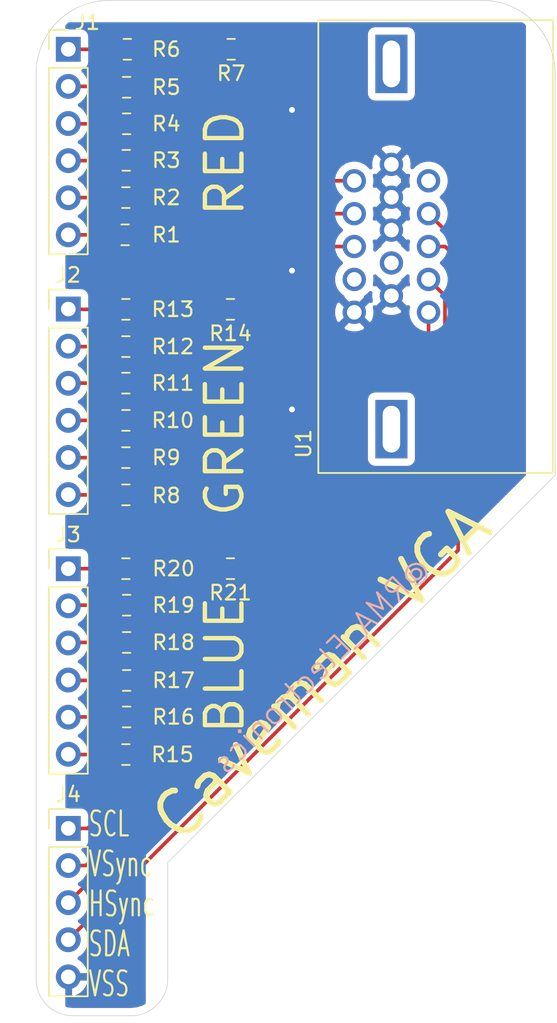
<source format=kicad_pcb>
(kicad_pcb (version 20171130) (host pcbnew 5.1.5)

  (general
    (thickness 1.6)
    (drawings 16)
    (tracks 94)
    (zones 0)
    (modules 27)
    (nets 30)
  )

  (page A4)
  (layers
    (0 F.Cu signal)
    (31 B.Cu signal)
    (32 B.Adhes user)
    (33 F.Adhes user)
    (34 B.Paste user)
    (35 F.Paste user)
    (36 B.SilkS user)
    (37 F.SilkS user)
    (38 B.Mask user)
    (39 F.Mask user)
    (40 Dwgs.User user)
    (41 Cmts.User user)
    (42 Eco1.User user)
    (43 Eco2.User user)
    (44 Edge.Cuts user)
    (45 Margin user)
    (46 B.CrtYd user)
    (47 F.CrtYd user)
    (48 B.Fab user)
    (49 F.Fab user)
  )

  (setup
    (last_trace_width 0.25)
    (trace_clearance 0.2)
    (zone_clearance 0.508)
    (zone_45_only no)
    (trace_min 0.2)
    (via_size 0.8)
    (via_drill 0.4)
    (via_min_size 0.4)
    (via_min_drill 0.3)
    (uvia_size 0.3)
    (uvia_drill 0.1)
    (uvias_allowed no)
    (uvia_min_size 0.2)
    (uvia_min_drill 0.1)
    (edge_width 0.05)
    (segment_width 0.2)
    (pcb_text_width 0.3)
    (pcb_text_size 1.5 1.5)
    (mod_edge_width 0.12)
    (mod_text_size 1 1)
    (mod_text_width 0.15)
    (pad_size 1.524 1.524)
    (pad_drill 0.762)
    (pad_to_mask_clearance 0.051)
    (solder_mask_min_width 0.25)
    (aux_axis_origin 0 0)
    (visible_elements FFFFF77F)
    (pcbplotparams
      (layerselection 0x010fc_ffffffff)
      (usegerberextensions false)
      (usegerberattributes false)
      (usegerberadvancedattributes false)
      (creategerberjobfile false)
      (excludeedgelayer true)
      (linewidth 0.100000)
      (plotframeref false)
      (viasonmask false)
      (mode 1)
      (useauxorigin false)
      (hpglpennumber 1)
      (hpglpenspeed 20)
      (hpglpendiameter 15.000000)
      (psnegative false)
      (psa4output false)
      (plotreference true)
      (plotvalue true)
      (plotinvisibletext false)
      (padsonsilk false)
      (subtractmaskfromsilk false)
      (outputformat 1)
      (mirror false)
      (drillshape 0)
      (scaleselection 1)
      (outputdirectory "Gerbers"))
  )

  (net 0 "")
  (net 1 "Net-(J1-Pad1)")
  (net 2 "Net-(J1-Pad2)")
  (net 3 "Net-(J1-Pad3)")
  (net 4 "Net-(J1-Pad4)")
  (net 5 "Net-(J1-Pad5)")
  (net 6 "Net-(J1-Pad6)")
  (net 7 "Net-(J2-Pad1)")
  (net 8 "Net-(J2-Pad2)")
  (net 9 "Net-(J2-Pad3)")
  (net 10 "Net-(J2-Pad4)")
  (net 11 "Net-(J2-Pad5)")
  (net 12 "Net-(J2-Pad6)")
  (net 13 "Net-(J3-Pad6)")
  (net 14 "Net-(J3-Pad5)")
  (net 15 "Net-(J3-Pad4)")
  (net 16 "Net-(J3-Pad3)")
  (net 17 "Net-(J3-Pad2)")
  (net 18 "Net-(J3-Pad1)")
  (net 19 "Net-(J4-Pad1)")
  (net 20 "Net-(J4-Pad2)")
  (net 21 "Net-(J4-Pad3)")
  (net 22 "Net-(J4-Pad4)")
  (net 23 "Net-(R1-Pad1)")
  (net 24 VSS)
  (net 25 "Net-(R10-Pad1)")
  (net 26 "Net-(R15-Pad1)")
  (net 27 "Net-(U1-Pad9)")
  (net 28 "Net-(U1-Pad11)")
  (net 29 "Net-(U1-Pad4)")

  (net_class Default "This is the default net class."
    (clearance 0.2)
    (trace_width 0.25)
    (via_dia 0.8)
    (via_drill 0.4)
    (uvia_dia 0.3)
    (uvia_drill 0.1)
    (add_net "Net-(J1-Pad1)")
    (add_net "Net-(J1-Pad2)")
    (add_net "Net-(J1-Pad3)")
    (add_net "Net-(J1-Pad4)")
    (add_net "Net-(J1-Pad5)")
    (add_net "Net-(J1-Pad6)")
    (add_net "Net-(J2-Pad1)")
    (add_net "Net-(J2-Pad2)")
    (add_net "Net-(J2-Pad3)")
    (add_net "Net-(J2-Pad4)")
    (add_net "Net-(J2-Pad5)")
    (add_net "Net-(J2-Pad6)")
    (add_net "Net-(J3-Pad1)")
    (add_net "Net-(J3-Pad2)")
    (add_net "Net-(J3-Pad3)")
    (add_net "Net-(J3-Pad4)")
    (add_net "Net-(J3-Pad5)")
    (add_net "Net-(J3-Pad6)")
    (add_net "Net-(J4-Pad1)")
    (add_net "Net-(J4-Pad2)")
    (add_net "Net-(J4-Pad3)")
    (add_net "Net-(J4-Pad4)")
    (add_net "Net-(R1-Pad1)")
    (add_net "Net-(R10-Pad1)")
    (add_net "Net-(R15-Pad1)")
    (add_net "Net-(U1-Pad11)")
    (add_net "Net-(U1-Pad4)")
    (add_net "Net-(U1-Pad9)")
    (add_net VSS)
  )

  (module NFCBuisness:W (layer F.Cu) (tedit 0) (tstamp 5E8028F7)
    (at 120.5 131.5)
    (fp_text reference Ref** (at 0 0) (layer F.SilkS) hide
      (effects (font (size 1.27 1.27) (thickness 0.15)))
    )
    (fp_text value Val** (at 0 0) (layer F.SilkS) hide
      (effects (font (size 1.27 1.27) (thickness 0.15)))
    )
    (fp_poly (pts (xy -1.630587 -2.420899) (xy -1.447524 -2.328559) (xy -1.311592 -2.194757) (xy -1.304211 -2.183555)
      (xy -1.265704 -2.11344) (xy -1.244213 -2.038839) (xy -1.23774 -1.938094) (xy -1.244287 -1.789546)
      (xy -1.255088 -1.651) (xy -1.268682 -1.442824) (xy -1.279873 -1.184894) (xy -1.287394 -0.912114)
      (xy -1.289962 -0.690936) (xy -1.289221 -0.458958) (xy -1.284387 -0.294975) (xy -1.273305 -0.182336)
      (xy -1.25382 -0.10439) (xy -1.223775 -0.044488) (xy -1.202268 -0.013603) (xy -1.116398 0.071274)
      (xy -1.002822 0.111004) (xy -0.929984 0.119227) (xy -0.68211 0.100096) (xy -0.454281 0.00289)
      (xy -0.240656 -0.175182) (xy -0.185776 -0.236175) (xy -0.081108 -0.349759) (xy 0.009066 -0.431822)
      (xy 0.066141 -0.465547) (xy 0.068112 -0.465666) (xy 0.123755 -0.432548) (xy 0.197182 -0.348904)
      (xy 0.229505 -0.301607) (xy 0.376869 -0.110873) (xy 0.526913 0.003226) (xy 0.674284 0.03902)
      (xy 0.813631 -0.005163) (xy 0.907971 -0.089777) (xy 0.988653 -0.198585) (xy 1.058934 -0.326542)
      (xy 1.126082 -0.490779) (xy 1.197364 -0.708426) (xy 1.255985 -0.910166) (xy 1.31545 -1.12099)
      (xy 1.377683 -1.340443) (xy 1.431333 -1.528529) (xy 1.442246 -1.566558) (xy 1.521416 -1.84195)
      (xy 1.949565 -2.005418) (xy 2.167567 -2.084028) (xy 2.315998 -2.126297) (xy 2.401001 -2.133773)
      (xy 2.422145 -2.124455) (xy 2.452677 -2.065526) (xy 2.41974 -2.005855) (xy 2.317286 -1.940366)
      (xy 2.13927 -1.863979) (xy 2.089887 -1.8454) (xy 1.930263 -1.78316) (xy 1.799296 -1.726134)
      (xy 1.71927 -1.684217) (xy 1.708527 -1.676067) (xy 1.680315 -1.619963) (xy 1.636526 -1.498254)
      (xy 1.582553 -1.327363) (xy 1.52379 -1.123712) (xy 1.507251 -1.063196) (xy 1.396737 -0.68139)
      (xy 1.290651 -0.376432) (xy 1.184846 -0.140938) (xy 1.075173 0.032475) (xy 0.957485 0.15119)
      (xy 0.827635 0.222591) (xy 0.776069 0.238398) (xy 0.602379 0.241191) (xy 0.418574 0.174646)
      (xy 0.246259 0.047924) (xy 0.192569 -0.009056) (xy 0.041511 -0.185533) (xy -0.128458 -0.008645)
      (xy -0.312966 0.157866) (xy -0.496288 0.260737) (xy -0.709082 0.314778) (xy -0.823587 0.327186)
      (xy -0.981029 0.333485) (xy -1.090094 0.317957) (xy -1.185756 0.27362) (xy -1.227666 0.246552)
      (xy -1.355913 0.118677) (xy -1.447302 -0.068507) (xy -1.502345 -0.318683) (xy -1.521551 -0.635539)
      (xy -1.505431 -1.022758) (xy -1.460818 -1.436924) (xy -1.432055 -1.688127) (xy -1.424811 -1.871541)
      (xy -1.442863 -2.002167) (xy -1.489991 -2.095003) (xy -1.569973 -2.165049) (xy -1.656298 -2.212878)
      (xy -1.801342 -2.257899) (xy -1.939703 -2.239415) (xy -2.087459 -2.15265) (xy -2.203421 -2.05035)
      (xy -2.298884 -1.96489) (xy -2.361491 -1.934189) (xy -2.413708 -1.94891) (xy -2.426473 -1.957639)
      (xy -2.473927 -2.002339) (xy -2.467648 -2.051331) (xy -2.429475 -2.110518) (xy -2.32004 -2.223928)
      (xy -2.167499 -2.330713) (xy -2.002595 -2.413218) (xy -1.856072 -2.453788) (xy -1.829026 -2.455333)
      (xy -1.630587 -2.420899)) (layer F.Cu) (width 0.01))
  )

  (module Connector_PinHeader_2.54mm:PinHeader_1x06_P2.54mm_Vertical (layer F.Cu) (tedit 59FED5CC) (tstamp 5E7FBB73)
    (at 104.2 98.35)
    (descr "Through hole straight pin header, 1x06, 2.54mm pitch, single row")
    (tags "Through hole pin header THT 1x06 2.54mm single row")
    (path /5E7FAA07)
    (fp_text reference J1 (at 1.3 -1.85) (layer F.SilkS)
      (effects (font (size 1 1) (thickness 0.15)))
    )
    (fp_text value Red (at 0 15.03) (layer F.Fab)
      (effects (font (size 1 1) (thickness 0.15)))
    )
    (fp_line (start -0.635 -1.27) (end 1.27 -1.27) (layer F.Fab) (width 0.1))
    (fp_line (start 1.27 -1.27) (end 1.27 13.97) (layer F.Fab) (width 0.1))
    (fp_line (start 1.27 13.97) (end -1.27 13.97) (layer F.Fab) (width 0.1))
    (fp_line (start -1.27 13.97) (end -1.27 -0.635) (layer F.Fab) (width 0.1))
    (fp_line (start -1.27 -0.635) (end -0.635 -1.27) (layer F.Fab) (width 0.1))
    (fp_line (start -1.33 14.03) (end 1.33 14.03) (layer F.SilkS) (width 0.12))
    (fp_line (start -1.33 1.27) (end -1.33 14.03) (layer F.SilkS) (width 0.12))
    (fp_line (start 1.33 1.27) (end 1.33 14.03) (layer F.SilkS) (width 0.12))
    (fp_line (start -1.33 1.27) (end 1.33 1.27) (layer F.SilkS) (width 0.12))
    (fp_line (start -1.33 0) (end -1.33 -1.33) (layer F.SilkS) (width 0.12))
    (fp_line (start -1.33 -1.33) (end 0 -1.33) (layer F.SilkS) (width 0.12))
    (fp_line (start -1.8 -1.8) (end -1.8 14.5) (layer F.CrtYd) (width 0.05))
    (fp_line (start -1.8 14.5) (end 1.8 14.5) (layer F.CrtYd) (width 0.05))
    (fp_line (start 1.8 14.5) (end 1.8 -1.8) (layer F.CrtYd) (width 0.05))
    (fp_line (start 1.8 -1.8) (end -1.8 -1.8) (layer F.CrtYd) (width 0.05))
    (fp_text user %R (at 0 6.35 90) (layer F.Fab)
      (effects (font (size 1 1) (thickness 0.15)))
    )
    (pad 1 thru_hole rect (at 0 0) (size 1.7 1.7) (drill 1) (layers *.Cu *.Mask)
      (net 1 "Net-(J1-Pad1)"))
    (pad 2 thru_hole oval (at 0 2.54) (size 1.7 1.7) (drill 1) (layers *.Cu *.Mask)
      (net 2 "Net-(J1-Pad2)"))
    (pad 3 thru_hole oval (at 0 5.08) (size 1.7 1.7) (drill 1) (layers *.Cu *.Mask)
      (net 3 "Net-(J1-Pad3)"))
    (pad 4 thru_hole oval (at 0 7.62) (size 1.7 1.7) (drill 1) (layers *.Cu *.Mask)
      (net 4 "Net-(J1-Pad4)"))
    (pad 5 thru_hole oval (at 0 10.16) (size 1.7 1.7) (drill 1) (layers *.Cu *.Mask)
      (net 5 "Net-(J1-Pad5)"))
    (pad 6 thru_hole oval (at 0 12.7) (size 1.7 1.7) (drill 1) (layers *.Cu *.Mask)
      (net 6 "Net-(J1-Pad6)"))
    (model ${KISYS3DMOD}/Connector_PinHeader_2.54mm.3dshapes/PinHeader_1x06_P2.54mm_Vertical.wrl
      (at (xyz 0 0 0))
      (scale (xyz 1 1 1))
      (rotate (xyz 0 0 0))
    )
  )

  (module Connector_PinHeader_2.54mm:PinHeader_1x06_P2.54mm_Vertical (layer F.Cu) (tedit 59FED5CC) (tstamp 5E7FBB8D)
    (at 104.2 116.13)
    (descr "Through hole straight pin header, 1x06, 2.54mm pitch, single row")
    (tags "Through hole pin header THT 1x06 2.54mm single row")
    (path /5E80A397)
    (fp_text reference J2 (at 0 -2.33) (layer F.SilkS)
      (effects (font (size 1 1) (thickness 0.15)))
    )
    (fp_text value Green (at 0 15.03) (layer F.Fab)
      (effects (font (size 1 1) (thickness 0.15)))
    )
    (fp_line (start -0.635 -1.27) (end 1.27 -1.27) (layer F.Fab) (width 0.1))
    (fp_line (start 1.27 -1.27) (end 1.27 13.97) (layer F.Fab) (width 0.1))
    (fp_line (start 1.27 13.97) (end -1.27 13.97) (layer F.Fab) (width 0.1))
    (fp_line (start -1.27 13.97) (end -1.27 -0.635) (layer F.Fab) (width 0.1))
    (fp_line (start -1.27 -0.635) (end -0.635 -1.27) (layer F.Fab) (width 0.1))
    (fp_line (start -1.33 14.03) (end 1.33 14.03) (layer F.SilkS) (width 0.12))
    (fp_line (start -1.33 1.27) (end -1.33 14.03) (layer F.SilkS) (width 0.12))
    (fp_line (start 1.33 1.27) (end 1.33 14.03) (layer F.SilkS) (width 0.12))
    (fp_line (start -1.33 1.27) (end 1.33 1.27) (layer F.SilkS) (width 0.12))
    (fp_line (start -1.33 0) (end -1.33 -1.33) (layer F.SilkS) (width 0.12))
    (fp_line (start -1.33 -1.33) (end 0 -1.33) (layer F.SilkS) (width 0.12))
    (fp_line (start -1.8 -1.8) (end -1.8 14.5) (layer F.CrtYd) (width 0.05))
    (fp_line (start -1.8 14.5) (end 1.8 14.5) (layer F.CrtYd) (width 0.05))
    (fp_line (start 1.8 14.5) (end 1.8 -1.8) (layer F.CrtYd) (width 0.05))
    (fp_line (start 1.8 -1.8) (end -1.8 -1.8) (layer F.CrtYd) (width 0.05))
    (fp_text user %R (at 0 6.35 90) (layer F.Fab)
      (effects (font (size 1 1) (thickness 0.15)))
    )
    (pad 1 thru_hole rect (at 0 0) (size 1.7 1.7) (drill 1) (layers *.Cu *.Mask)
      (net 7 "Net-(J2-Pad1)"))
    (pad 2 thru_hole oval (at 0 2.54) (size 1.7 1.7) (drill 1) (layers *.Cu *.Mask)
      (net 8 "Net-(J2-Pad2)"))
    (pad 3 thru_hole oval (at 0 5.08) (size 1.7 1.7) (drill 1) (layers *.Cu *.Mask)
      (net 9 "Net-(J2-Pad3)"))
    (pad 4 thru_hole oval (at 0 7.62) (size 1.7 1.7) (drill 1) (layers *.Cu *.Mask)
      (net 10 "Net-(J2-Pad4)"))
    (pad 5 thru_hole oval (at 0 10.16) (size 1.7 1.7) (drill 1) (layers *.Cu *.Mask)
      (net 11 "Net-(J2-Pad5)"))
    (pad 6 thru_hole oval (at 0 12.7) (size 1.7 1.7) (drill 1) (layers *.Cu *.Mask)
      (net 12 "Net-(J2-Pad6)"))
    (model ${KISYS3DMOD}/Connector_PinHeader_2.54mm.3dshapes/PinHeader_1x06_P2.54mm_Vertical.wrl
      (at (xyz 0 0 0))
      (scale (xyz 1 1 1))
      (rotate (xyz 0 0 0))
    )
  )

  (module Connector_PinHeader_2.54mm:PinHeader_1x06_P2.54mm_Vertical (layer F.Cu) (tedit 59FED5CC) (tstamp 5E7FBBA7)
    (at 104.2 133.905)
    (descr "Through hole straight pin header, 1x06, 2.54mm pitch, single row")
    (tags "Through hole pin header THT 1x06 2.54mm single row")
    (path /5E81153C)
    (fp_text reference J3 (at 0 -2.33) (layer F.SilkS)
      (effects (font (size 1 1) (thickness 0.15)))
    )
    (fp_text value Blue (at 0 15.03) (layer F.Fab)
      (effects (font (size 1 1) (thickness 0.15)))
    )
    (fp_text user %R (at 0 6.35 90) (layer F.Fab)
      (effects (font (size 1 1) (thickness 0.15)))
    )
    (fp_line (start 1.8 -1.8) (end -1.8 -1.8) (layer F.CrtYd) (width 0.05))
    (fp_line (start 1.8 14.5) (end 1.8 -1.8) (layer F.CrtYd) (width 0.05))
    (fp_line (start -1.8 14.5) (end 1.8 14.5) (layer F.CrtYd) (width 0.05))
    (fp_line (start -1.8 -1.8) (end -1.8 14.5) (layer F.CrtYd) (width 0.05))
    (fp_line (start -1.33 -1.33) (end 0 -1.33) (layer F.SilkS) (width 0.12))
    (fp_line (start -1.33 0) (end -1.33 -1.33) (layer F.SilkS) (width 0.12))
    (fp_line (start -1.33 1.27) (end 1.33 1.27) (layer F.SilkS) (width 0.12))
    (fp_line (start 1.33 1.27) (end 1.33 14.03) (layer F.SilkS) (width 0.12))
    (fp_line (start -1.33 1.27) (end -1.33 14.03) (layer F.SilkS) (width 0.12))
    (fp_line (start -1.33 14.03) (end 1.33 14.03) (layer F.SilkS) (width 0.12))
    (fp_line (start -1.27 -0.635) (end -0.635 -1.27) (layer F.Fab) (width 0.1))
    (fp_line (start -1.27 13.97) (end -1.27 -0.635) (layer F.Fab) (width 0.1))
    (fp_line (start 1.27 13.97) (end -1.27 13.97) (layer F.Fab) (width 0.1))
    (fp_line (start 1.27 -1.27) (end 1.27 13.97) (layer F.Fab) (width 0.1))
    (fp_line (start -0.635 -1.27) (end 1.27 -1.27) (layer F.Fab) (width 0.1))
    (pad 6 thru_hole oval (at 0 12.7) (size 1.7 1.7) (drill 1) (layers *.Cu *.Mask)
      (net 13 "Net-(J3-Pad6)"))
    (pad 5 thru_hole oval (at 0 10.16) (size 1.7 1.7) (drill 1) (layers *.Cu *.Mask)
      (net 14 "Net-(J3-Pad5)"))
    (pad 4 thru_hole oval (at 0 7.62) (size 1.7 1.7) (drill 1) (layers *.Cu *.Mask)
      (net 15 "Net-(J3-Pad4)"))
    (pad 3 thru_hole oval (at 0 5.08) (size 1.7 1.7) (drill 1) (layers *.Cu *.Mask)
      (net 16 "Net-(J3-Pad3)"))
    (pad 2 thru_hole oval (at 0 2.54) (size 1.7 1.7) (drill 1) (layers *.Cu *.Mask)
      (net 17 "Net-(J3-Pad2)"))
    (pad 1 thru_hole rect (at 0 0) (size 1.7 1.7) (drill 1) (layers *.Cu *.Mask)
      (net 18 "Net-(J3-Pad1)"))
    (model ${KISYS3DMOD}/Connector_PinHeader_2.54mm.3dshapes/PinHeader_1x06_P2.54mm_Vertical.wrl
      (at (xyz 0 0 0))
      (scale (xyz 1 1 1))
      (rotate (xyz 0 0 0))
    )
  )

  (module Resistor_SMD:R_0805_2012Metric (layer F.Cu) (tedit 5B36C52B) (tstamp 5E7FBBD0)
    (at 108.0875 111.05 180)
    (descr "Resistor SMD 0805 (2012 Metric), square (rectangular) end terminal, IPC_7351 nominal, (Body size source: https://docs.google.com/spreadsheets/d/1BsfQQcO9C6DZCsRaXUlFlo91Tg2WpOkGARC1WS5S8t0/edit?usp=sharing), generated with kicad-footprint-generator")
    (tags resistor)
    (path /5E7FAD4E)
    (attr smd)
    (fp_text reference R1 (at -2.8125 0) (layer F.SilkS)
      (effects (font (size 1 1) (thickness 0.15)))
    )
    (fp_text value 309 (at 0 1.65) (layer F.Fab)
      (effects (font (size 1 1) (thickness 0.15)))
    )
    (fp_line (start -1 0.6) (end -1 -0.6) (layer F.Fab) (width 0.1))
    (fp_line (start -1 -0.6) (end 1 -0.6) (layer F.Fab) (width 0.1))
    (fp_line (start 1 -0.6) (end 1 0.6) (layer F.Fab) (width 0.1))
    (fp_line (start 1 0.6) (end -1 0.6) (layer F.Fab) (width 0.1))
    (fp_line (start -0.258578 -0.71) (end 0.258578 -0.71) (layer F.SilkS) (width 0.12))
    (fp_line (start -0.258578 0.71) (end 0.258578 0.71) (layer F.SilkS) (width 0.12))
    (fp_line (start -1.68 0.95) (end -1.68 -0.95) (layer F.CrtYd) (width 0.05))
    (fp_line (start -1.68 -0.95) (end 1.68 -0.95) (layer F.CrtYd) (width 0.05))
    (fp_line (start 1.68 -0.95) (end 1.68 0.95) (layer F.CrtYd) (width 0.05))
    (fp_line (start 1.68 0.95) (end -1.68 0.95) (layer F.CrtYd) (width 0.05))
    (fp_text user %R (at 0 0) (layer F.Fab)
      (effects (font (size 0.5 0.5) (thickness 0.08)))
    )
    (pad 1 smd roundrect (at -0.9375 0 180) (size 0.975 1.4) (layers F.Cu F.Paste F.Mask) (roundrect_rratio 0.25)
      (net 23 "Net-(R1-Pad1)"))
    (pad 2 smd roundrect (at 0.9375 0 180) (size 0.975 1.4) (layers F.Cu F.Paste F.Mask) (roundrect_rratio 0.25)
      (net 6 "Net-(J1-Pad6)"))
    (model ${KISYS3DMOD}/Resistor_SMD.3dshapes/R_0805_2012Metric.wrl
      (at (xyz 0 0 0))
      (scale (xyz 1 1 1))
      (rotate (xyz 0 0 0))
    )
  )

  (module Resistor_SMD:R_0805_2012Metric (layer F.Cu) (tedit 5B36C52B) (tstamp 5E7FBBE1)
    (at 108.1375 108.5 180)
    (descr "Resistor SMD 0805 (2012 Metric), square (rectangular) end terminal, IPC_7351 nominal, (Body size source: https://docs.google.com/spreadsheets/d/1BsfQQcO9C6DZCsRaXUlFlo91Tg2WpOkGARC1WS5S8t0/edit?usp=sharing), generated with kicad-footprint-generator")
    (tags resistor)
    (path /5E7FB5C9)
    (attr smd)
    (fp_text reference R2 (at -2.7625 0) (layer F.SilkS)
      (effects (font (size 1 1) (thickness 0.15)))
    )
    (fp_text value 619 (at 0 1.65) (layer F.Fab)
      (effects (font (size 1 1) (thickness 0.15)))
    )
    (fp_line (start -1 0.6) (end -1 -0.6) (layer F.Fab) (width 0.1))
    (fp_line (start -1 -0.6) (end 1 -0.6) (layer F.Fab) (width 0.1))
    (fp_line (start 1 -0.6) (end 1 0.6) (layer F.Fab) (width 0.1))
    (fp_line (start 1 0.6) (end -1 0.6) (layer F.Fab) (width 0.1))
    (fp_line (start -0.258578 -0.71) (end 0.258578 -0.71) (layer F.SilkS) (width 0.12))
    (fp_line (start -0.258578 0.71) (end 0.258578 0.71) (layer F.SilkS) (width 0.12))
    (fp_line (start -1.68 0.95) (end -1.68 -0.95) (layer F.CrtYd) (width 0.05))
    (fp_line (start -1.68 -0.95) (end 1.68 -0.95) (layer F.CrtYd) (width 0.05))
    (fp_line (start 1.68 -0.95) (end 1.68 0.95) (layer F.CrtYd) (width 0.05))
    (fp_line (start 1.68 0.95) (end -1.68 0.95) (layer F.CrtYd) (width 0.05))
    (fp_text user %R (at 0 0) (layer F.Fab)
      (effects (font (size 0.5 0.5) (thickness 0.08)))
    )
    (pad 1 smd roundrect (at -0.9375 0 180) (size 0.975 1.4) (layers F.Cu F.Paste F.Mask) (roundrect_rratio 0.25)
      (net 23 "Net-(R1-Pad1)"))
    (pad 2 smd roundrect (at 0.9375 0 180) (size 0.975 1.4) (layers F.Cu F.Paste F.Mask) (roundrect_rratio 0.25)
      (net 5 "Net-(J1-Pad5)"))
    (model ${KISYS3DMOD}/Resistor_SMD.3dshapes/R_0805_2012Metric.wrl
      (at (xyz 0 0 0))
      (scale (xyz 1 1 1))
      (rotate (xyz 0 0 0))
    )
  )

  (module Resistor_SMD:R_0805_2012Metric (layer F.Cu) (tedit 5B36C52B) (tstamp 5E7FBBF2)
    (at 108.1625 105.95 180)
    (descr "Resistor SMD 0805 (2012 Metric), square (rectangular) end terminal, IPC_7351 nominal, (Body size source: https://docs.google.com/spreadsheets/d/1BsfQQcO9C6DZCsRaXUlFlo91Tg2WpOkGARC1WS5S8t0/edit?usp=sharing), generated with kicad-footprint-generator")
    (tags resistor)
    (path /5E7FB8A1)
    (attr smd)
    (fp_text reference R3 (at -2.7375 0) (layer F.SilkS)
      (effects (font (size 1 1) (thickness 0.15)))
    )
    (fp_text value 1.24k (at 0 1.65) (layer F.Fab)
      (effects (font (size 1 1) (thickness 0.15)))
    )
    (fp_text user %R (at 0 0) (layer F.Fab)
      (effects (font (size 0.5 0.5) (thickness 0.08)))
    )
    (fp_line (start 1.68 0.95) (end -1.68 0.95) (layer F.CrtYd) (width 0.05))
    (fp_line (start 1.68 -0.95) (end 1.68 0.95) (layer F.CrtYd) (width 0.05))
    (fp_line (start -1.68 -0.95) (end 1.68 -0.95) (layer F.CrtYd) (width 0.05))
    (fp_line (start -1.68 0.95) (end -1.68 -0.95) (layer F.CrtYd) (width 0.05))
    (fp_line (start -0.258578 0.71) (end 0.258578 0.71) (layer F.SilkS) (width 0.12))
    (fp_line (start -0.258578 -0.71) (end 0.258578 -0.71) (layer F.SilkS) (width 0.12))
    (fp_line (start 1 0.6) (end -1 0.6) (layer F.Fab) (width 0.1))
    (fp_line (start 1 -0.6) (end 1 0.6) (layer F.Fab) (width 0.1))
    (fp_line (start -1 -0.6) (end 1 -0.6) (layer F.Fab) (width 0.1))
    (fp_line (start -1 0.6) (end -1 -0.6) (layer F.Fab) (width 0.1))
    (pad 2 smd roundrect (at 0.9375 0 180) (size 0.975 1.4) (layers F.Cu F.Paste F.Mask) (roundrect_rratio 0.25)
      (net 4 "Net-(J1-Pad4)"))
    (pad 1 smd roundrect (at -0.9375 0 180) (size 0.975 1.4) (layers F.Cu F.Paste F.Mask) (roundrect_rratio 0.25)
      (net 23 "Net-(R1-Pad1)"))
    (model ${KISYS3DMOD}/Resistor_SMD.3dshapes/R_0805_2012Metric.wrl
      (at (xyz 0 0 0))
      (scale (xyz 1 1 1))
      (rotate (xyz 0 0 0))
    )
  )

  (module Resistor_SMD:R_0805_2012Metric (layer F.Cu) (tedit 5B36C52B) (tstamp 5E7FBC03)
    (at 108.1875 103.45 180)
    (descr "Resistor SMD 0805 (2012 Metric), square (rectangular) end terminal, IPC_7351 nominal, (Body size source: https://docs.google.com/spreadsheets/d/1BsfQQcO9C6DZCsRaXUlFlo91Tg2WpOkGARC1WS5S8t0/edit?usp=sharing), generated with kicad-footprint-generator")
    (tags resistor)
    (path /5E7FBB0F)
    (attr smd)
    (fp_text reference R4 (at -2.7125 0) (layer F.SilkS)
      (effects (font (size 1 1) (thickness 0.15)))
    )
    (fp_text value 2.48k (at 0 1.65) (layer F.Fab)
      (effects (font (size 1 1) (thickness 0.15)))
    )
    (fp_line (start -1 0.6) (end -1 -0.6) (layer F.Fab) (width 0.1))
    (fp_line (start -1 -0.6) (end 1 -0.6) (layer F.Fab) (width 0.1))
    (fp_line (start 1 -0.6) (end 1 0.6) (layer F.Fab) (width 0.1))
    (fp_line (start 1 0.6) (end -1 0.6) (layer F.Fab) (width 0.1))
    (fp_line (start -0.258578 -0.71) (end 0.258578 -0.71) (layer F.SilkS) (width 0.12))
    (fp_line (start -0.258578 0.71) (end 0.258578 0.71) (layer F.SilkS) (width 0.12))
    (fp_line (start -1.68 0.95) (end -1.68 -0.95) (layer F.CrtYd) (width 0.05))
    (fp_line (start -1.68 -0.95) (end 1.68 -0.95) (layer F.CrtYd) (width 0.05))
    (fp_line (start 1.68 -0.95) (end 1.68 0.95) (layer F.CrtYd) (width 0.05))
    (fp_line (start 1.68 0.95) (end -1.68 0.95) (layer F.CrtYd) (width 0.05))
    (fp_text user %R (at 0 0) (layer F.Fab)
      (effects (font (size 0.5 0.5) (thickness 0.08)))
    )
    (pad 1 smd roundrect (at -0.9375 0 180) (size 0.975 1.4) (layers F.Cu F.Paste F.Mask) (roundrect_rratio 0.25)
      (net 23 "Net-(R1-Pad1)"))
    (pad 2 smd roundrect (at 0.9375 0 180) (size 0.975 1.4) (layers F.Cu F.Paste F.Mask) (roundrect_rratio 0.25)
      (net 3 "Net-(J1-Pad3)"))
    (model ${KISYS3DMOD}/Resistor_SMD.3dshapes/R_0805_2012Metric.wrl
      (at (xyz 0 0 0))
      (scale (xyz 1 1 1))
      (rotate (xyz 0 0 0))
    )
  )

  (module Resistor_SMD:R_0805_2012Metric (layer F.Cu) (tedit 5B36C52B) (tstamp 5E7FBC14)
    (at 108.1875 100.95 180)
    (descr "Resistor SMD 0805 (2012 Metric), square (rectangular) end terminal, IPC_7351 nominal, (Body size source: https://docs.google.com/spreadsheets/d/1BsfQQcO9C6DZCsRaXUlFlo91Tg2WpOkGARC1WS5S8t0/edit?usp=sharing), generated with kicad-footprint-generator")
    (tags resistor)
    (path /5E7FC14A)
    (attr smd)
    (fp_text reference R5 (at -2.7125 0) (layer F.SilkS)
      (effects (font (size 1 1) (thickness 0.15)))
    )
    (fp_text value 4.96k (at 0 1.65) (layer F.Fab)
      (effects (font (size 1 1) (thickness 0.15)))
    )
    (fp_text user %R (at 0 0) (layer F.Fab)
      (effects (font (size 0.5 0.5) (thickness 0.08)))
    )
    (fp_line (start 1.68 0.95) (end -1.68 0.95) (layer F.CrtYd) (width 0.05))
    (fp_line (start 1.68 -0.95) (end 1.68 0.95) (layer F.CrtYd) (width 0.05))
    (fp_line (start -1.68 -0.95) (end 1.68 -0.95) (layer F.CrtYd) (width 0.05))
    (fp_line (start -1.68 0.95) (end -1.68 -0.95) (layer F.CrtYd) (width 0.05))
    (fp_line (start -0.258578 0.71) (end 0.258578 0.71) (layer F.SilkS) (width 0.12))
    (fp_line (start -0.258578 -0.71) (end 0.258578 -0.71) (layer F.SilkS) (width 0.12))
    (fp_line (start 1 0.6) (end -1 0.6) (layer F.Fab) (width 0.1))
    (fp_line (start 1 -0.6) (end 1 0.6) (layer F.Fab) (width 0.1))
    (fp_line (start -1 -0.6) (end 1 -0.6) (layer F.Fab) (width 0.1))
    (fp_line (start -1 0.6) (end -1 -0.6) (layer F.Fab) (width 0.1))
    (pad 2 smd roundrect (at 0.9375 0 180) (size 0.975 1.4) (layers F.Cu F.Paste F.Mask) (roundrect_rratio 0.25)
      (net 2 "Net-(J1-Pad2)"))
    (pad 1 smd roundrect (at -0.9375 0 180) (size 0.975 1.4) (layers F.Cu F.Paste F.Mask) (roundrect_rratio 0.25)
      (net 23 "Net-(R1-Pad1)"))
    (model ${KISYS3DMOD}/Resistor_SMD.3dshapes/R_0805_2012Metric.wrl
      (at (xyz 0 0 0))
      (scale (xyz 1 1 1))
      (rotate (xyz 0 0 0))
    )
  )

  (module Resistor_SMD:R_0805_2012Metric (layer F.Cu) (tedit 5B36C52B) (tstamp 5E7FBC25)
    (at 108.2375 98.35 180)
    (descr "Resistor SMD 0805 (2012 Metric), square (rectangular) end terminal, IPC_7351 nominal, (Body size source: https://docs.google.com/spreadsheets/d/1BsfQQcO9C6DZCsRaXUlFlo91Tg2WpOkGARC1WS5S8t0/edit?usp=sharing), generated with kicad-footprint-generator")
    (tags resistor)
    (path /5E7FC457)
    (attr smd)
    (fp_text reference R6 (at -2.6625 0) (layer F.SilkS)
      (effects (font (size 1 1) (thickness 0.15)))
    )
    (fp_text value 9.92k (at 0 1.65) (layer F.Fab)
      (effects (font (size 1 1) (thickness 0.15)))
    )
    (fp_line (start -1 0.6) (end -1 -0.6) (layer F.Fab) (width 0.1))
    (fp_line (start -1 -0.6) (end 1 -0.6) (layer F.Fab) (width 0.1))
    (fp_line (start 1 -0.6) (end 1 0.6) (layer F.Fab) (width 0.1))
    (fp_line (start 1 0.6) (end -1 0.6) (layer F.Fab) (width 0.1))
    (fp_line (start -0.258578 -0.71) (end 0.258578 -0.71) (layer F.SilkS) (width 0.12))
    (fp_line (start -0.258578 0.71) (end 0.258578 0.71) (layer F.SilkS) (width 0.12))
    (fp_line (start -1.68 0.95) (end -1.68 -0.95) (layer F.CrtYd) (width 0.05))
    (fp_line (start -1.68 -0.95) (end 1.68 -0.95) (layer F.CrtYd) (width 0.05))
    (fp_line (start 1.68 -0.95) (end 1.68 0.95) (layer F.CrtYd) (width 0.05))
    (fp_line (start 1.68 0.95) (end -1.68 0.95) (layer F.CrtYd) (width 0.05))
    (fp_text user %R (at 0 0) (layer F.Fab)
      (effects (font (size 0.5 0.5) (thickness 0.08)))
    )
    (pad 1 smd roundrect (at -0.9375 0 180) (size 0.975 1.4) (layers F.Cu F.Paste F.Mask) (roundrect_rratio 0.25)
      (net 23 "Net-(R1-Pad1)"))
    (pad 2 smd roundrect (at 0.9375 0 180) (size 0.975 1.4) (layers F.Cu F.Paste F.Mask) (roundrect_rratio 0.25)
      (net 1 "Net-(J1-Pad1)"))
    (model ${KISYS3DMOD}/Resistor_SMD.3dshapes/R_0805_2012Metric.wrl
      (at (xyz 0 0 0))
      (scale (xyz 1 1 1))
      (rotate (xyz 0 0 0))
    )
  )

  (module Resistor_SMD:R_0805_2012Metric (layer F.Cu) (tedit 5B36C52B) (tstamp 5E7FBC36)
    (at 115.3375 98.35 180)
    (descr "Resistor SMD 0805 (2012 Metric), square (rectangular) end terminal, IPC_7351 nominal, (Body size source: https://docs.google.com/spreadsheets/d/1BsfQQcO9C6DZCsRaXUlFlo91Tg2WpOkGARC1WS5S8t0/edit?usp=sharing), generated with kicad-footprint-generator")
    (tags resistor)
    (path /5E7FF1EA)
    (attr smd)
    (fp_text reference R7 (at 0 -1.65) (layer F.SilkS)
      (effects (font (size 1 1) (thickness 0.15)))
    )
    (fp_text value 130 (at 0 1.65) (layer F.Fab)
      (effects (font (size 1 1) (thickness 0.15)))
    )
    (fp_text user %R (at 0 0) (layer F.Fab)
      (effects (font (size 0.5 0.5) (thickness 0.08)))
    )
    (fp_line (start 1.68 0.95) (end -1.68 0.95) (layer F.CrtYd) (width 0.05))
    (fp_line (start 1.68 -0.95) (end 1.68 0.95) (layer F.CrtYd) (width 0.05))
    (fp_line (start -1.68 -0.95) (end 1.68 -0.95) (layer F.CrtYd) (width 0.05))
    (fp_line (start -1.68 0.95) (end -1.68 -0.95) (layer F.CrtYd) (width 0.05))
    (fp_line (start -0.258578 0.71) (end 0.258578 0.71) (layer F.SilkS) (width 0.12))
    (fp_line (start -0.258578 -0.71) (end 0.258578 -0.71) (layer F.SilkS) (width 0.12))
    (fp_line (start 1 0.6) (end -1 0.6) (layer F.Fab) (width 0.1))
    (fp_line (start 1 -0.6) (end 1 0.6) (layer F.Fab) (width 0.1))
    (fp_line (start -1 -0.6) (end 1 -0.6) (layer F.Fab) (width 0.1))
    (fp_line (start -1 0.6) (end -1 -0.6) (layer F.Fab) (width 0.1))
    (pad 2 smd roundrect (at 0.9375 0 180) (size 0.975 1.4) (layers F.Cu F.Paste F.Mask) (roundrect_rratio 0.25)
      (net 23 "Net-(R1-Pad1)"))
    (pad 1 smd roundrect (at -0.9375 0 180) (size 0.975 1.4) (layers F.Cu F.Paste F.Mask) (roundrect_rratio 0.25)
      (net 24 VSS))
    (model ${KISYS3DMOD}/Resistor_SMD.3dshapes/R_0805_2012Metric.wrl
      (at (xyz 0 0 0))
      (scale (xyz 1 1 1))
      (rotate (xyz 0 0 0))
    )
  )

  (module Resistor_SMD:R_0805_2012Metric (layer F.Cu) (tedit 5B36C52B) (tstamp 5E7FBC47)
    (at 108.1375 128.85 180)
    (descr "Resistor SMD 0805 (2012 Metric), square (rectangular) end terminal, IPC_7351 nominal, (Body size source: https://docs.google.com/spreadsheets/d/1BsfQQcO9C6DZCsRaXUlFlo91Tg2WpOkGARC1WS5S8t0/edit?usp=sharing), generated with kicad-footprint-generator")
    (tags resistor)
    (path /5E80A3A1)
    (attr smd)
    (fp_text reference R8 (at -2.7625 -0.05) (layer F.SilkS)
      (effects (font (size 1 1) (thickness 0.15)))
    )
    (fp_text value 309 (at 0 1.65) (layer F.Fab)
      (effects (font (size 1 1) (thickness 0.15)))
    )
    (fp_line (start -1 0.6) (end -1 -0.6) (layer F.Fab) (width 0.1))
    (fp_line (start -1 -0.6) (end 1 -0.6) (layer F.Fab) (width 0.1))
    (fp_line (start 1 -0.6) (end 1 0.6) (layer F.Fab) (width 0.1))
    (fp_line (start 1 0.6) (end -1 0.6) (layer F.Fab) (width 0.1))
    (fp_line (start -0.258578 -0.71) (end 0.258578 -0.71) (layer F.SilkS) (width 0.12))
    (fp_line (start -0.258578 0.71) (end 0.258578 0.71) (layer F.SilkS) (width 0.12))
    (fp_line (start -1.68 0.95) (end -1.68 -0.95) (layer F.CrtYd) (width 0.05))
    (fp_line (start -1.68 -0.95) (end 1.68 -0.95) (layer F.CrtYd) (width 0.05))
    (fp_line (start 1.68 -0.95) (end 1.68 0.95) (layer F.CrtYd) (width 0.05))
    (fp_line (start 1.68 0.95) (end -1.68 0.95) (layer F.CrtYd) (width 0.05))
    (fp_text user %R (at 0 0) (layer F.Fab)
      (effects (font (size 0.5 0.5) (thickness 0.08)))
    )
    (pad 1 smd roundrect (at -0.9375 0 180) (size 0.975 1.4) (layers F.Cu F.Paste F.Mask) (roundrect_rratio 0.25)
      (net 25 "Net-(R10-Pad1)"))
    (pad 2 smd roundrect (at 0.9375 0 180) (size 0.975 1.4) (layers F.Cu F.Paste F.Mask) (roundrect_rratio 0.25)
      (net 12 "Net-(J2-Pad6)"))
    (model ${KISYS3DMOD}/Resistor_SMD.3dshapes/R_0805_2012Metric.wrl
      (at (xyz 0 0 0))
      (scale (xyz 1 1 1))
      (rotate (xyz 0 0 0))
    )
  )

  (module Resistor_SMD:R_0805_2012Metric (layer F.Cu) (tedit 5B36C52B) (tstamp 5E7FBC58)
    (at 108.1375 126.3 180)
    (descr "Resistor SMD 0805 (2012 Metric), square (rectangular) end terminal, IPC_7351 nominal, (Body size source: https://docs.google.com/spreadsheets/d/1BsfQQcO9C6DZCsRaXUlFlo91Tg2WpOkGARC1WS5S8t0/edit?usp=sharing), generated with kicad-footprint-generator")
    (tags resistor)
    (path /5E80A3AB)
    (attr smd)
    (fp_text reference R9 (at -2.7625 0) (layer F.SilkS)
      (effects (font (size 1 1) (thickness 0.15)))
    )
    (fp_text value 619 (at 0 1.65) (layer F.Fab)
      (effects (font (size 1 1) (thickness 0.15)))
    )
    (fp_text user %R (at 0 0) (layer F.Fab)
      (effects (font (size 0.5 0.5) (thickness 0.08)))
    )
    (fp_line (start 1.68 0.95) (end -1.68 0.95) (layer F.CrtYd) (width 0.05))
    (fp_line (start 1.68 -0.95) (end 1.68 0.95) (layer F.CrtYd) (width 0.05))
    (fp_line (start -1.68 -0.95) (end 1.68 -0.95) (layer F.CrtYd) (width 0.05))
    (fp_line (start -1.68 0.95) (end -1.68 -0.95) (layer F.CrtYd) (width 0.05))
    (fp_line (start -0.258578 0.71) (end 0.258578 0.71) (layer F.SilkS) (width 0.12))
    (fp_line (start -0.258578 -0.71) (end 0.258578 -0.71) (layer F.SilkS) (width 0.12))
    (fp_line (start 1 0.6) (end -1 0.6) (layer F.Fab) (width 0.1))
    (fp_line (start 1 -0.6) (end 1 0.6) (layer F.Fab) (width 0.1))
    (fp_line (start -1 -0.6) (end 1 -0.6) (layer F.Fab) (width 0.1))
    (fp_line (start -1 0.6) (end -1 -0.6) (layer F.Fab) (width 0.1))
    (pad 2 smd roundrect (at 0.9375 0 180) (size 0.975 1.4) (layers F.Cu F.Paste F.Mask) (roundrect_rratio 0.25)
      (net 11 "Net-(J2-Pad5)"))
    (pad 1 smd roundrect (at -0.9375 0 180) (size 0.975 1.4) (layers F.Cu F.Paste F.Mask) (roundrect_rratio 0.25)
      (net 25 "Net-(R10-Pad1)"))
    (model ${KISYS3DMOD}/Resistor_SMD.3dshapes/R_0805_2012Metric.wrl
      (at (xyz 0 0 0))
      (scale (xyz 1 1 1))
      (rotate (xyz 0 0 0))
    )
  )

  (module Resistor_SMD:R_0805_2012Metric (layer F.Cu) (tedit 5B36C52B) (tstamp 5E7FBC69)
    (at 108.1375 123.75 180)
    (descr "Resistor SMD 0805 (2012 Metric), square (rectangular) end terminal, IPC_7351 nominal, (Body size source: https://docs.google.com/spreadsheets/d/1BsfQQcO9C6DZCsRaXUlFlo91Tg2WpOkGARC1WS5S8t0/edit?usp=sharing), generated with kicad-footprint-generator")
    (tags resistor)
    (path /5E80A3B5)
    (attr smd)
    (fp_text reference R10 (at -3.2125 0) (layer F.SilkS)
      (effects (font (size 1 1) (thickness 0.15)))
    )
    (fp_text value 1.24k (at 0 1.65) (layer F.Fab)
      (effects (font (size 1 1) (thickness 0.15)))
    )
    (fp_line (start -1 0.6) (end -1 -0.6) (layer F.Fab) (width 0.1))
    (fp_line (start -1 -0.6) (end 1 -0.6) (layer F.Fab) (width 0.1))
    (fp_line (start 1 -0.6) (end 1 0.6) (layer F.Fab) (width 0.1))
    (fp_line (start 1 0.6) (end -1 0.6) (layer F.Fab) (width 0.1))
    (fp_line (start -0.258578 -0.71) (end 0.258578 -0.71) (layer F.SilkS) (width 0.12))
    (fp_line (start -0.258578 0.71) (end 0.258578 0.71) (layer F.SilkS) (width 0.12))
    (fp_line (start -1.68 0.95) (end -1.68 -0.95) (layer F.CrtYd) (width 0.05))
    (fp_line (start -1.68 -0.95) (end 1.68 -0.95) (layer F.CrtYd) (width 0.05))
    (fp_line (start 1.68 -0.95) (end 1.68 0.95) (layer F.CrtYd) (width 0.05))
    (fp_line (start 1.68 0.95) (end -1.68 0.95) (layer F.CrtYd) (width 0.05))
    (fp_text user %R (at 0 0) (layer F.Fab)
      (effects (font (size 0.5 0.5) (thickness 0.08)))
    )
    (pad 1 smd roundrect (at -0.9375 0 180) (size 0.975 1.4) (layers F.Cu F.Paste F.Mask) (roundrect_rratio 0.25)
      (net 25 "Net-(R10-Pad1)"))
    (pad 2 smd roundrect (at 0.9375 0 180) (size 0.975 1.4) (layers F.Cu F.Paste F.Mask) (roundrect_rratio 0.25)
      (net 10 "Net-(J2-Pad4)"))
    (model ${KISYS3DMOD}/Resistor_SMD.3dshapes/R_0805_2012Metric.wrl
      (at (xyz 0 0 0))
      (scale (xyz 1 1 1))
      (rotate (xyz 0 0 0))
    )
  )

  (module Resistor_SMD:R_0805_2012Metric (layer F.Cu) (tedit 5B36C52B) (tstamp 5E7FBC7A)
    (at 108.1375 121.2 180)
    (descr "Resistor SMD 0805 (2012 Metric), square (rectangular) end terminal, IPC_7351 nominal, (Body size source: https://docs.google.com/spreadsheets/d/1BsfQQcO9C6DZCsRaXUlFlo91Tg2WpOkGARC1WS5S8t0/edit?usp=sharing), generated with kicad-footprint-generator")
    (tags resistor)
    (path /5E80A3BF)
    (attr smd)
    (fp_text reference R11 (at -3.2125 0) (layer F.SilkS)
      (effects (font (size 1 1) (thickness 0.15)))
    )
    (fp_text value 2.48k (at 0 1.65) (layer F.Fab)
      (effects (font (size 1 1) (thickness 0.15)))
    )
    (fp_text user %R (at 0 0) (layer F.Fab)
      (effects (font (size 0.5 0.5) (thickness 0.08)))
    )
    (fp_line (start 1.68 0.95) (end -1.68 0.95) (layer F.CrtYd) (width 0.05))
    (fp_line (start 1.68 -0.95) (end 1.68 0.95) (layer F.CrtYd) (width 0.05))
    (fp_line (start -1.68 -0.95) (end 1.68 -0.95) (layer F.CrtYd) (width 0.05))
    (fp_line (start -1.68 0.95) (end -1.68 -0.95) (layer F.CrtYd) (width 0.05))
    (fp_line (start -0.258578 0.71) (end 0.258578 0.71) (layer F.SilkS) (width 0.12))
    (fp_line (start -0.258578 -0.71) (end 0.258578 -0.71) (layer F.SilkS) (width 0.12))
    (fp_line (start 1 0.6) (end -1 0.6) (layer F.Fab) (width 0.1))
    (fp_line (start 1 -0.6) (end 1 0.6) (layer F.Fab) (width 0.1))
    (fp_line (start -1 -0.6) (end 1 -0.6) (layer F.Fab) (width 0.1))
    (fp_line (start -1 0.6) (end -1 -0.6) (layer F.Fab) (width 0.1))
    (pad 2 smd roundrect (at 0.9375 0 180) (size 0.975 1.4) (layers F.Cu F.Paste F.Mask) (roundrect_rratio 0.25)
      (net 9 "Net-(J2-Pad3)"))
    (pad 1 smd roundrect (at -0.9375 0 180) (size 0.975 1.4) (layers F.Cu F.Paste F.Mask) (roundrect_rratio 0.25)
      (net 25 "Net-(R10-Pad1)"))
    (model ${KISYS3DMOD}/Resistor_SMD.3dshapes/R_0805_2012Metric.wrl
      (at (xyz 0 0 0))
      (scale (xyz 1 1 1))
      (rotate (xyz 0 0 0))
    )
  )

  (module Resistor_SMD:R_0805_2012Metric (layer F.Cu) (tedit 5B36C52B) (tstamp 5E7FBC8B)
    (at 108.1375 118.7 180)
    (descr "Resistor SMD 0805 (2012 Metric), square (rectangular) end terminal, IPC_7351 nominal, (Body size source: https://docs.google.com/spreadsheets/d/1BsfQQcO9C6DZCsRaXUlFlo91Tg2WpOkGARC1WS5S8t0/edit?usp=sharing), generated with kicad-footprint-generator")
    (tags resistor)
    (path /5E80A3C9)
    (attr smd)
    (fp_text reference R12 (at -3.2125 0) (layer F.SilkS)
      (effects (font (size 1 1) (thickness 0.15)))
    )
    (fp_text value 4.96k (at 0 1.65) (layer F.Fab)
      (effects (font (size 1 1) (thickness 0.15)))
    )
    (fp_line (start -1 0.6) (end -1 -0.6) (layer F.Fab) (width 0.1))
    (fp_line (start -1 -0.6) (end 1 -0.6) (layer F.Fab) (width 0.1))
    (fp_line (start 1 -0.6) (end 1 0.6) (layer F.Fab) (width 0.1))
    (fp_line (start 1 0.6) (end -1 0.6) (layer F.Fab) (width 0.1))
    (fp_line (start -0.258578 -0.71) (end 0.258578 -0.71) (layer F.SilkS) (width 0.12))
    (fp_line (start -0.258578 0.71) (end 0.258578 0.71) (layer F.SilkS) (width 0.12))
    (fp_line (start -1.68 0.95) (end -1.68 -0.95) (layer F.CrtYd) (width 0.05))
    (fp_line (start -1.68 -0.95) (end 1.68 -0.95) (layer F.CrtYd) (width 0.05))
    (fp_line (start 1.68 -0.95) (end 1.68 0.95) (layer F.CrtYd) (width 0.05))
    (fp_line (start 1.68 0.95) (end -1.68 0.95) (layer F.CrtYd) (width 0.05))
    (fp_text user %R (at 0 0) (layer F.Fab)
      (effects (font (size 0.5 0.5) (thickness 0.08)))
    )
    (pad 1 smd roundrect (at -0.9375 0 180) (size 0.975 1.4) (layers F.Cu F.Paste F.Mask) (roundrect_rratio 0.25)
      (net 25 "Net-(R10-Pad1)"))
    (pad 2 smd roundrect (at 0.9375 0 180) (size 0.975 1.4) (layers F.Cu F.Paste F.Mask) (roundrect_rratio 0.25)
      (net 8 "Net-(J2-Pad2)"))
    (model ${KISYS3DMOD}/Resistor_SMD.3dshapes/R_0805_2012Metric.wrl
      (at (xyz 0 0 0))
      (scale (xyz 1 1 1))
      (rotate (xyz 0 0 0))
    )
  )

  (module Resistor_SMD:R_0805_2012Metric (layer F.Cu) (tedit 5B36C52B) (tstamp 5E7FC677)
    (at 108.1375 116.15 180)
    (descr "Resistor SMD 0805 (2012 Metric), square (rectangular) end terminal, IPC_7351 nominal, (Body size source: https://docs.google.com/spreadsheets/d/1BsfQQcO9C6DZCsRaXUlFlo91Tg2WpOkGARC1WS5S8t0/edit?usp=sharing), generated with kicad-footprint-generator")
    (tags resistor)
    (path /5E80A3D3)
    (attr smd)
    (fp_text reference R13 (at -3.2125 0) (layer F.SilkS)
      (effects (font (size 1 1) (thickness 0.15)))
    )
    (fp_text value 9.92k (at 0 1.65) (layer F.Fab)
      (effects (font (size 1 1) (thickness 0.15)))
    )
    (fp_text user %R (at 0 0) (layer F.Fab)
      (effects (font (size 0.5 0.5) (thickness 0.08)))
    )
    (fp_line (start 1.68 0.95) (end -1.68 0.95) (layer F.CrtYd) (width 0.05))
    (fp_line (start 1.68 -0.95) (end 1.68 0.95) (layer F.CrtYd) (width 0.05))
    (fp_line (start -1.68 -0.95) (end 1.68 -0.95) (layer F.CrtYd) (width 0.05))
    (fp_line (start -1.68 0.95) (end -1.68 -0.95) (layer F.CrtYd) (width 0.05))
    (fp_line (start -0.258578 0.71) (end 0.258578 0.71) (layer F.SilkS) (width 0.12))
    (fp_line (start -0.258578 -0.71) (end 0.258578 -0.71) (layer F.SilkS) (width 0.12))
    (fp_line (start 1 0.6) (end -1 0.6) (layer F.Fab) (width 0.1))
    (fp_line (start 1 -0.6) (end 1 0.6) (layer F.Fab) (width 0.1))
    (fp_line (start -1 -0.6) (end 1 -0.6) (layer F.Fab) (width 0.1))
    (fp_line (start -1 0.6) (end -1 -0.6) (layer F.Fab) (width 0.1))
    (pad 2 smd roundrect (at 0.9375 0 180) (size 0.975 1.4) (layers F.Cu F.Paste F.Mask) (roundrect_rratio 0.25)
      (net 7 "Net-(J2-Pad1)"))
    (pad 1 smd roundrect (at -0.9375 0 180) (size 0.975 1.4) (layers F.Cu F.Paste F.Mask) (roundrect_rratio 0.25)
      (net 25 "Net-(R10-Pad1)"))
    (model ${KISYS3DMOD}/Resistor_SMD.3dshapes/R_0805_2012Metric.wrl
      (at (xyz 0 0 0))
      (scale (xyz 1 1 1))
      (rotate (xyz 0 0 0))
    )
  )

  (module Resistor_SMD:R_0805_2012Metric (layer F.Cu) (tedit 5B36C52B) (tstamp 5E7FBCAD)
    (at 115.2875 116.15 180)
    (descr "Resistor SMD 0805 (2012 Metric), square (rectangular) end terminal, IPC_7351 nominal, (Body size source: https://docs.google.com/spreadsheets/d/1BsfQQcO9C6DZCsRaXUlFlo91Tg2WpOkGARC1WS5S8t0/edit?usp=sharing), generated with kicad-footprint-generator")
    (tags resistor)
    (path /5E80A3F2)
    (attr smd)
    (fp_text reference R14 (at 0 -1.65) (layer F.SilkS)
      (effects (font (size 1 1) (thickness 0.15)))
    )
    (fp_text value 130 (at 0 1.65) (layer F.Fab)
      (effects (font (size 1 1) (thickness 0.15)))
    )
    (fp_line (start -1 0.6) (end -1 -0.6) (layer F.Fab) (width 0.1))
    (fp_line (start -1 -0.6) (end 1 -0.6) (layer F.Fab) (width 0.1))
    (fp_line (start 1 -0.6) (end 1 0.6) (layer F.Fab) (width 0.1))
    (fp_line (start 1 0.6) (end -1 0.6) (layer F.Fab) (width 0.1))
    (fp_line (start -0.258578 -0.71) (end 0.258578 -0.71) (layer F.SilkS) (width 0.12))
    (fp_line (start -0.258578 0.71) (end 0.258578 0.71) (layer F.SilkS) (width 0.12))
    (fp_line (start -1.68 0.95) (end -1.68 -0.95) (layer F.CrtYd) (width 0.05))
    (fp_line (start -1.68 -0.95) (end 1.68 -0.95) (layer F.CrtYd) (width 0.05))
    (fp_line (start 1.68 -0.95) (end 1.68 0.95) (layer F.CrtYd) (width 0.05))
    (fp_line (start 1.68 0.95) (end -1.68 0.95) (layer F.CrtYd) (width 0.05))
    (fp_text user %R (at 0 0) (layer F.Fab)
      (effects (font (size 0.5 0.5) (thickness 0.08)))
    )
    (pad 1 smd roundrect (at -0.9375 0 180) (size 0.975 1.4) (layers F.Cu F.Paste F.Mask) (roundrect_rratio 0.25)
      (net 24 VSS))
    (pad 2 smd roundrect (at 0.9375 0 180) (size 0.975 1.4) (layers F.Cu F.Paste F.Mask) (roundrect_rratio 0.25)
      (net 25 "Net-(R10-Pad1)"))
    (model ${KISYS3DMOD}/Resistor_SMD.3dshapes/R_0805_2012Metric.wrl
      (at (xyz 0 0 0))
      (scale (xyz 1 1 1))
      (rotate (xyz 0 0 0))
    )
  )

  (module Resistor_SMD:R_0805_2012Metric (layer F.Cu) (tedit 5B36C52B) (tstamp 5E7FBCBE)
    (at 108.1375 146.625 180)
    (descr "Resistor SMD 0805 (2012 Metric), square (rectangular) end terminal, IPC_7351 nominal, (Body size source: https://docs.google.com/spreadsheets/d/1BsfQQcO9C6DZCsRaXUlFlo91Tg2WpOkGARC1WS5S8t0/edit?usp=sharing), generated with kicad-footprint-generator")
    (tags resistor)
    (path /5E811546)
    (attr smd)
    (fp_text reference R15 (at -3.1875 0) (layer F.SilkS)
      (effects (font (size 1 1) (thickness 0.15)))
    )
    (fp_text value 309 (at 0 1.65) (layer F.Fab)
      (effects (font (size 1 1) (thickness 0.15)))
    )
    (fp_text user %R (at 0 0) (layer F.Fab)
      (effects (font (size 0.5 0.5) (thickness 0.08)))
    )
    (fp_line (start 1.68 0.95) (end -1.68 0.95) (layer F.CrtYd) (width 0.05))
    (fp_line (start 1.68 -0.95) (end 1.68 0.95) (layer F.CrtYd) (width 0.05))
    (fp_line (start -1.68 -0.95) (end 1.68 -0.95) (layer F.CrtYd) (width 0.05))
    (fp_line (start -1.68 0.95) (end -1.68 -0.95) (layer F.CrtYd) (width 0.05))
    (fp_line (start -0.258578 0.71) (end 0.258578 0.71) (layer F.SilkS) (width 0.12))
    (fp_line (start -0.258578 -0.71) (end 0.258578 -0.71) (layer F.SilkS) (width 0.12))
    (fp_line (start 1 0.6) (end -1 0.6) (layer F.Fab) (width 0.1))
    (fp_line (start 1 -0.6) (end 1 0.6) (layer F.Fab) (width 0.1))
    (fp_line (start -1 -0.6) (end 1 -0.6) (layer F.Fab) (width 0.1))
    (fp_line (start -1 0.6) (end -1 -0.6) (layer F.Fab) (width 0.1))
    (pad 2 smd roundrect (at 0.9375 0 180) (size 0.975 1.4) (layers F.Cu F.Paste F.Mask) (roundrect_rratio 0.25)
      (net 13 "Net-(J3-Pad6)"))
    (pad 1 smd roundrect (at -0.9375 0 180) (size 0.975 1.4) (layers F.Cu F.Paste F.Mask) (roundrect_rratio 0.25)
      (net 26 "Net-(R15-Pad1)"))
    (model ${KISYS3DMOD}/Resistor_SMD.3dshapes/R_0805_2012Metric.wrl
      (at (xyz 0 0 0))
      (scale (xyz 1 1 1))
      (rotate (xyz 0 0 0))
    )
  )

  (module Resistor_SMD:R_0805_2012Metric (layer F.Cu) (tedit 5B36C52B) (tstamp 5E7FBCCF)
    (at 108.1875 144.05 180)
    (descr "Resistor SMD 0805 (2012 Metric), square (rectangular) end terminal, IPC_7351 nominal, (Body size source: https://docs.google.com/spreadsheets/d/1BsfQQcO9C6DZCsRaXUlFlo91Tg2WpOkGARC1WS5S8t0/edit?usp=sharing), generated with kicad-footprint-generator")
    (tags resistor)
    (path /5E811550)
    (attr smd)
    (fp_text reference R16 (at -3.2125 0) (layer F.SilkS)
      (effects (font (size 1 1) (thickness 0.15)))
    )
    (fp_text value 619 (at 0 1.65) (layer F.Fab)
      (effects (font (size 1 1) (thickness 0.15)))
    )
    (fp_line (start -1 0.6) (end -1 -0.6) (layer F.Fab) (width 0.1))
    (fp_line (start -1 -0.6) (end 1 -0.6) (layer F.Fab) (width 0.1))
    (fp_line (start 1 -0.6) (end 1 0.6) (layer F.Fab) (width 0.1))
    (fp_line (start 1 0.6) (end -1 0.6) (layer F.Fab) (width 0.1))
    (fp_line (start -0.258578 -0.71) (end 0.258578 -0.71) (layer F.SilkS) (width 0.12))
    (fp_line (start -0.258578 0.71) (end 0.258578 0.71) (layer F.SilkS) (width 0.12))
    (fp_line (start -1.68 0.95) (end -1.68 -0.95) (layer F.CrtYd) (width 0.05))
    (fp_line (start -1.68 -0.95) (end 1.68 -0.95) (layer F.CrtYd) (width 0.05))
    (fp_line (start 1.68 -0.95) (end 1.68 0.95) (layer F.CrtYd) (width 0.05))
    (fp_line (start 1.68 0.95) (end -1.68 0.95) (layer F.CrtYd) (width 0.05))
    (fp_text user %R (at 0 0) (layer F.Fab)
      (effects (font (size 0.5 0.5) (thickness 0.08)))
    )
    (pad 1 smd roundrect (at -0.9375 0 180) (size 0.975 1.4) (layers F.Cu F.Paste F.Mask) (roundrect_rratio 0.25)
      (net 26 "Net-(R15-Pad1)"))
    (pad 2 smd roundrect (at 0.9375 0 180) (size 0.975 1.4) (layers F.Cu F.Paste F.Mask) (roundrect_rratio 0.25)
      (net 14 "Net-(J3-Pad5)"))
    (model ${KISYS3DMOD}/Resistor_SMD.3dshapes/R_0805_2012Metric.wrl
      (at (xyz 0 0 0))
      (scale (xyz 1 1 1))
      (rotate (xyz 0 0 0))
    )
  )

  (module Resistor_SMD:R_0805_2012Metric (layer F.Cu) (tedit 5B36C52B) (tstamp 5E7FBCE0)
    (at 108.1875 141.55 180)
    (descr "Resistor SMD 0805 (2012 Metric), square (rectangular) end terminal, IPC_7351 nominal, (Body size source: https://docs.google.com/spreadsheets/d/1BsfQQcO9C6DZCsRaXUlFlo91Tg2WpOkGARC1WS5S8t0/edit?usp=sharing), generated with kicad-footprint-generator")
    (tags resistor)
    (path /5E81155A)
    (attr smd)
    (fp_text reference R17 (at -3.2125 0) (layer F.SilkS)
      (effects (font (size 1 1) (thickness 0.15)))
    )
    (fp_text value 1.24k (at 0 1.65) (layer F.Fab)
      (effects (font (size 1 1) (thickness 0.15)))
    )
    (fp_text user %R (at 0 0) (layer F.Fab)
      (effects (font (size 0.5 0.5) (thickness 0.08)))
    )
    (fp_line (start 1.68 0.95) (end -1.68 0.95) (layer F.CrtYd) (width 0.05))
    (fp_line (start 1.68 -0.95) (end 1.68 0.95) (layer F.CrtYd) (width 0.05))
    (fp_line (start -1.68 -0.95) (end 1.68 -0.95) (layer F.CrtYd) (width 0.05))
    (fp_line (start -1.68 0.95) (end -1.68 -0.95) (layer F.CrtYd) (width 0.05))
    (fp_line (start -0.258578 0.71) (end 0.258578 0.71) (layer F.SilkS) (width 0.12))
    (fp_line (start -0.258578 -0.71) (end 0.258578 -0.71) (layer F.SilkS) (width 0.12))
    (fp_line (start 1 0.6) (end -1 0.6) (layer F.Fab) (width 0.1))
    (fp_line (start 1 -0.6) (end 1 0.6) (layer F.Fab) (width 0.1))
    (fp_line (start -1 -0.6) (end 1 -0.6) (layer F.Fab) (width 0.1))
    (fp_line (start -1 0.6) (end -1 -0.6) (layer F.Fab) (width 0.1))
    (pad 2 smd roundrect (at 0.9375 0 180) (size 0.975 1.4) (layers F.Cu F.Paste F.Mask) (roundrect_rratio 0.25)
      (net 15 "Net-(J3-Pad4)"))
    (pad 1 smd roundrect (at -0.9375 0 180) (size 0.975 1.4) (layers F.Cu F.Paste F.Mask) (roundrect_rratio 0.25)
      (net 26 "Net-(R15-Pad1)"))
    (model ${KISYS3DMOD}/Resistor_SMD.3dshapes/R_0805_2012Metric.wrl
      (at (xyz 0 0 0))
      (scale (xyz 1 1 1))
      (rotate (xyz 0 0 0))
    )
  )

  (module Resistor_SMD:R_0805_2012Metric (layer F.Cu) (tedit 5B36C52B) (tstamp 5E7FBCF1)
    (at 108.1875 138.95 180)
    (descr "Resistor SMD 0805 (2012 Metric), square (rectangular) end terminal, IPC_7351 nominal, (Body size source: https://docs.google.com/spreadsheets/d/1BsfQQcO9C6DZCsRaXUlFlo91Tg2WpOkGARC1WS5S8t0/edit?usp=sharing), generated with kicad-footprint-generator")
    (tags resistor)
    (path /5E811564)
    (attr smd)
    (fp_text reference R18 (at -3.2125 0) (layer F.SilkS)
      (effects (font (size 1 1) (thickness 0.15)))
    )
    (fp_text value 2.48k (at 0 1.65) (layer F.Fab)
      (effects (font (size 1 1) (thickness 0.15)))
    )
    (fp_line (start -1 0.6) (end -1 -0.6) (layer F.Fab) (width 0.1))
    (fp_line (start -1 -0.6) (end 1 -0.6) (layer F.Fab) (width 0.1))
    (fp_line (start 1 -0.6) (end 1 0.6) (layer F.Fab) (width 0.1))
    (fp_line (start 1 0.6) (end -1 0.6) (layer F.Fab) (width 0.1))
    (fp_line (start -0.258578 -0.71) (end 0.258578 -0.71) (layer F.SilkS) (width 0.12))
    (fp_line (start -0.258578 0.71) (end 0.258578 0.71) (layer F.SilkS) (width 0.12))
    (fp_line (start -1.68 0.95) (end -1.68 -0.95) (layer F.CrtYd) (width 0.05))
    (fp_line (start -1.68 -0.95) (end 1.68 -0.95) (layer F.CrtYd) (width 0.05))
    (fp_line (start 1.68 -0.95) (end 1.68 0.95) (layer F.CrtYd) (width 0.05))
    (fp_line (start 1.68 0.95) (end -1.68 0.95) (layer F.CrtYd) (width 0.05))
    (fp_text user %R (at 0 0) (layer F.Fab)
      (effects (font (size 0.5 0.5) (thickness 0.08)))
    )
    (pad 1 smd roundrect (at -0.9375 0 180) (size 0.975 1.4) (layers F.Cu F.Paste F.Mask) (roundrect_rratio 0.25)
      (net 26 "Net-(R15-Pad1)"))
    (pad 2 smd roundrect (at 0.9375 0 180) (size 0.975 1.4) (layers F.Cu F.Paste F.Mask) (roundrect_rratio 0.25)
      (net 16 "Net-(J3-Pad3)"))
    (model ${KISYS3DMOD}/Resistor_SMD.3dshapes/R_0805_2012Metric.wrl
      (at (xyz 0 0 0))
      (scale (xyz 1 1 1))
      (rotate (xyz 0 0 0))
    )
  )

  (module Resistor_SMD:R_0805_2012Metric (layer F.Cu) (tedit 5B36C52B) (tstamp 5E7FBD02)
    (at 108.1875 136.4 180)
    (descr "Resistor SMD 0805 (2012 Metric), square (rectangular) end terminal, IPC_7351 nominal, (Body size source: https://docs.google.com/spreadsheets/d/1BsfQQcO9C6DZCsRaXUlFlo91Tg2WpOkGARC1WS5S8t0/edit?usp=sharing), generated with kicad-footprint-generator")
    (tags resistor)
    (path /5E81156E)
    (attr smd)
    (fp_text reference R19 (at -3.2125 0) (layer F.SilkS)
      (effects (font (size 1 1) (thickness 0.15)))
    )
    (fp_text value 4.96k (at 0 1.65) (layer F.Fab)
      (effects (font (size 1 1) (thickness 0.15)))
    )
    (fp_text user %R (at 0 0) (layer F.Fab)
      (effects (font (size 0.5 0.5) (thickness 0.08)))
    )
    (fp_line (start 1.68 0.95) (end -1.68 0.95) (layer F.CrtYd) (width 0.05))
    (fp_line (start 1.68 -0.95) (end 1.68 0.95) (layer F.CrtYd) (width 0.05))
    (fp_line (start -1.68 -0.95) (end 1.68 -0.95) (layer F.CrtYd) (width 0.05))
    (fp_line (start -1.68 0.95) (end -1.68 -0.95) (layer F.CrtYd) (width 0.05))
    (fp_line (start -0.258578 0.71) (end 0.258578 0.71) (layer F.SilkS) (width 0.12))
    (fp_line (start -0.258578 -0.71) (end 0.258578 -0.71) (layer F.SilkS) (width 0.12))
    (fp_line (start 1 0.6) (end -1 0.6) (layer F.Fab) (width 0.1))
    (fp_line (start 1 -0.6) (end 1 0.6) (layer F.Fab) (width 0.1))
    (fp_line (start -1 -0.6) (end 1 -0.6) (layer F.Fab) (width 0.1))
    (fp_line (start -1 0.6) (end -1 -0.6) (layer F.Fab) (width 0.1))
    (pad 2 smd roundrect (at 0.9375 0 180) (size 0.975 1.4) (layers F.Cu F.Paste F.Mask) (roundrect_rratio 0.25)
      (net 17 "Net-(J3-Pad2)"))
    (pad 1 smd roundrect (at -0.9375 0 180) (size 0.975 1.4) (layers F.Cu F.Paste F.Mask) (roundrect_rratio 0.25)
      (net 26 "Net-(R15-Pad1)"))
    (model ${KISYS3DMOD}/Resistor_SMD.3dshapes/R_0805_2012Metric.wrl
      (at (xyz 0 0 0))
      (scale (xyz 1 1 1))
      (rotate (xyz 0 0 0))
    )
  )

  (module Resistor_SMD:R_0805_2012Metric (layer F.Cu) (tedit 5B36C52B) (tstamp 5E7FBD13)
    (at 108.1375 133.9 180)
    (descr "Resistor SMD 0805 (2012 Metric), square (rectangular) end terminal, IPC_7351 nominal, (Body size source: https://docs.google.com/spreadsheets/d/1BsfQQcO9C6DZCsRaXUlFlo91Tg2WpOkGARC1WS5S8t0/edit?usp=sharing), generated with kicad-footprint-generator")
    (tags resistor)
    (path /5E811578)
    (attr smd)
    (fp_text reference R20 (at -3.2625 0) (layer F.SilkS)
      (effects (font (size 1 1) (thickness 0.15)))
    )
    (fp_text value 9.92k (at 0 1.65) (layer F.Fab)
      (effects (font (size 1 1) (thickness 0.15)))
    )
    (fp_line (start -1 0.6) (end -1 -0.6) (layer F.Fab) (width 0.1))
    (fp_line (start -1 -0.6) (end 1 -0.6) (layer F.Fab) (width 0.1))
    (fp_line (start 1 -0.6) (end 1 0.6) (layer F.Fab) (width 0.1))
    (fp_line (start 1 0.6) (end -1 0.6) (layer F.Fab) (width 0.1))
    (fp_line (start -0.258578 -0.71) (end 0.258578 -0.71) (layer F.SilkS) (width 0.12))
    (fp_line (start -0.258578 0.71) (end 0.258578 0.71) (layer F.SilkS) (width 0.12))
    (fp_line (start -1.68 0.95) (end -1.68 -0.95) (layer F.CrtYd) (width 0.05))
    (fp_line (start -1.68 -0.95) (end 1.68 -0.95) (layer F.CrtYd) (width 0.05))
    (fp_line (start 1.68 -0.95) (end 1.68 0.95) (layer F.CrtYd) (width 0.05))
    (fp_line (start 1.68 0.95) (end -1.68 0.95) (layer F.CrtYd) (width 0.05))
    (fp_text user %R (at 0 0) (layer F.Fab)
      (effects (font (size 0.5 0.5) (thickness 0.08)))
    )
    (pad 1 smd roundrect (at -0.9375 0 180) (size 0.975 1.4) (layers F.Cu F.Paste F.Mask) (roundrect_rratio 0.25)
      (net 26 "Net-(R15-Pad1)"))
    (pad 2 smd roundrect (at 0.9375 0 180) (size 0.975 1.4) (layers F.Cu F.Paste F.Mask) (roundrect_rratio 0.25)
      (net 18 "Net-(J3-Pad1)"))
    (model ${KISYS3DMOD}/Resistor_SMD.3dshapes/R_0805_2012Metric.wrl
      (at (xyz 0 0 0))
      (scale (xyz 1 1 1))
      (rotate (xyz 0 0 0))
    )
  )

  (module Resistor_SMD:R_0805_2012Metric (layer F.Cu) (tedit 5B36C52B) (tstamp 5E7FCE0F)
    (at 115.2875 133.9 180)
    (descr "Resistor SMD 0805 (2012 Metric), square (rectangular) end terminal, IPC_7351 nominal, (Body size source: https://docs.google.com/spreadsheets/d/1BsfQQcO9C6DZCsRaXUlFlo91Tg2WpOkGARC1WS5S8t0/edit?usp=sharing), generated with kicad-footprint-generator")
    (tags resistor)
    (path /5E811597)
    (attr smd)
    (fp_text reference R21 (at 0 -1.65) (layer F.SilkS)
      (effects (font (size 1 1) (thickness 0.15)))
    )
    (fp_text value 130 (at 0 1.65) (layer F.Fab)
      (effects (font (size 1 1) (thickness 0.15)))
    )
    (fp_text user %R (at 0 0) (layer F.Fab)
      (effects (font (size 0.5 0.5) (thickness 0.08)))
    )
    (fp_line (start 1.68 0.95) (end -1.68 0.95) (layer F.CrtYd) (width 0.05))
    (fp_line (start 1.68 -0.95) (end 1.68 0.95) (layer F.CrtYd) (width 0.05))
    (fp_line (start -1.68 -0.95) (end 1.68 -0.95) (layer F.CrtYd) (width 0.05))
    (fp_line (start -1.68 0.95) (end -1.68 -0.95) (layer F.CrtYd) (width 0.05))
    (fp_line (start -0.258578 0.71) (end 0.258578 0.71) (layer F.SilkS) (width 0.12))
    (fp_line (start -0.258578 -0.71) (end 0.258578 -0.71) (layer F.SilkS) (width 0.12))
    (fp_line (start 1 0.6) (end -1 0.6) (layer F.Fab) (width 0.1))
    (fp_line (start 1 -0.6) (end 1 0.6) (layer F.Fab) (width 0.1))
    (fp_line (start -1 -0.6) (end 1 -0.6) (layer F.Fab) (width 0.1))
    (fp_line (start -1 0.6) (end -1 -0.6) (layer F.Fab) (width 0.1))
    (pad 2 smd roundrect (at 0.9375 0 180) (size 0.975 1.4) (layers F.Cu F.Paste F.Mask) (roundrect_rratio 0.25)
      (net 26 "Net-(R15-Pad1)"))
    (pad 1 smd roundrect (at -0.9375 0 180) (size 0.975 1.4) (layers F.Cu F.Paste F.Mask) (roundrect_rratio 0.25)
      (net 24 VSS))
    (model ${KISYS3DMOD}/Resistor_SMD.3dshapes/R_0805_2012Metric.wrl
      (at (xyz 0 0 0))
      (scale (xyz 1 1 1))
      (rotate (xyz 0 0 0))
    )
  )

  (module ADV7123:VGA-002 (layer F.Cu) (tedit 5E7D4CFC) (tstamp 5E7FBD40)
    (at 126.3 111.85 90)
    (path /5E8009D0)
    (fp_text reference U1 (at -13.5 -6 90) (layer F.SilkS)
      (effects (font (size 1 1) (thickness 0.15)))
    )
    (fp_text value VGA (at 0 -6.35 90) (layer F.Fab)
      (effects (font (size 1 1) (thickness 0.15)))
    )
    (fp_line (start 15.5 11.05) (end -15.5 11.05) (layer F.SilkS) (width 0.12))
    (fp_line (start 15.5 -5) (end -15.5 -5) (layer F.SilkS) (width 0.12))
    (fp_line (start -15.5 -5) (end -15.5 11.05) (layer F.SilkS) (width 0.12))
    (fp_line (start -15.5 11.05) (end -15.5 11) (layer F.SilkS) (width 0.12))
    (fp_line (start -15.5 11) (end -15.5 11.05) (layer F.SilkS) (width 0.12))
    (fp_line (start 15.5 11.05) (end 15.5 -5) (layer F.SilkS) (width 0.12))
    (fp_text user "PCB Edge" (at 0 10.5 90) (layer F.Fab)
      (effects (font (size 1 1) (thickness 0.15)))
    )
    (pad "" thru_hole rect (at -12.5 0 90) (size 4 2.2) (drill oval 3.2 1.2) (layers *.Cu *.Mask))
    (pad "" thru_hole rect (at 12.5 0 90) (size 4 2.2) (drill oval 3.2 1.2) (layers *.Cu *.Mask))
    (pad 8 thru_hole circle (at 1.125 0 90) (size 1.6 1.6) (drill 1) (layers *.Cu *.Mask)
      (net 24 VSS))
    (pad 9 thru_hole circle (at -1.125 0 90) (size 1.6 1.6) (drill 1) (layers *.Cu *.Mask)
      (net 27 "Net-(U1-Pad9)"))
    (pad 6 thru_hole circle (at 5.625 0 90) (size 1.6 1.6) (drill 1) (layers *.Cu *.Mask)
      (net 24 VSS))
    (pad 7 thru_hole circle (at 3.375 0 90) (size 1.6 1.6) (drill 1) (layers *.Cu *.Mask)
      (net 24 VSS))
    (pad 10 thru_hole circle (at -3.375 0 90) (size 1.6 1.6) (drill 1) (layers *.Cu *.Mask)
      (net 24 VSS))
    (pad 14 thru_hole circle (at -2.25 2.54 90) (size 1.6 1.6) (drill 1) (layers *.Cu *.Mask)
      (net 20 "Net-(J4-Pad2)"))
    (pad 12 thru_hole circle (at 2.25 2.54 90) (size 1.6 1.6) (drill 1) (layers *.Cu *.Mask)
      (net 22 "Net-(J4-Pad4)"))
    (pad 15 thru_hole circle (at -4.5 2.54 90) (size 1.6 1.6) (drill 1) (layers *.Cu *.Mask)
      (net 19 "Net-(J4-Pad1)"))
    (pad 11 thru_hole circle (at 4.5 2.54 90) (size 1.6 1.6) (drill 1) (layers *.Cu *.Mask)
      (net 28 "Net-(U1-Pad11)"))
    (pad 13 thru_hole circle (at 0 2.54 90) (size 1.6 1.6) (drill 1) (layers *.Cu *.Mask)
      (net 21 "Net-(J4-Pad3)"))
    (pad 2 thru_hole circle (at 2.25 -2.54 90) (size 1.6 1.6) (drill 1) (layers *.Cu *.Mask)
      (net 25 "Net-(R10-Pad1)"))
    (pad 1 thru_hole circle (at 4.5 -2.54 180) (size 1.6 1.6) (drill 1) (layers *.Cu *.Mask)
      (net 23 "Net-(R1-Pad1)"))
    (pad 4 thru_hole circle (at -2.25 -2.54 90) (size 1.6 1.6) (drill 1) (layers *.Cu *.Mask)
      (net 29 "Net-(U1-Pad4)"))
    (pad 3 thru_hole circle (at 0 -2.54 90) (size 1.6 1.6) (drill 1) (layers *.Cu *.Mask)
      (net 26 "Net-(R15-Pad1)"))
    (pad 5 thru_hole circle (at -4.5 -2.54 90) (size 1.6 1.6) (drill 1) (layers *.Cu *.Mask)
      (net 24 VSS))
  )

  (module Connector_PinHeader_2.54mm:PinHeader_1x05_P2.54mm_Vertical (layer F.Cu) (tedit 59FED5CC) (tstamp 5E802C76)
    (at 104.2 151.68)
    (descr "Through hole straight pin header, 1x05, 2.54mm pitch, single row")
    (tags "Through hole pin header THT 1x05 2.54mm single row")
    (path /5E832A44)
    (fp_text reference J4 (at 0 -2.33) (layer F.SilkS)
      (effects (font (size 1 1) (thickness 0.15)))
    )
    (fp_text value Conn_01x05 (at 0 12.49) (layer F.Fab)
      (effects (font (size 1 1) (thickness 0.15)))
    )
    (fp_line (start -0.635 -1.27) (end 1.27 -1.27) (layer F.Fab) (width 0.1))
    (fp_line (start 1.27 -1.27) (end 1.27 11.43) (layer F.Fab) (width 0.1))
    (fp_line (start 1.27 11.43) (end -1.27 11.43) (layer F.Fab) (width 0.1))
    (fp_line (start -1.27 11.43) (end -1.27 -0.635) (layer F.Fab) (width 0.1))
    (fp_line (start -1.27 -0.635) (end -0.635 -1.27) (layer F.Fab) (width 0.1))
    (fp_line (start -1.33 11.49) (end 1.33 11.49) (layer F.SilkS) (width 0.12))
    (fp_line (start -1.33 1.27) (end -1.33 11.49) (layer F.SilkS) (width 0.12))
    (fp_line (start 1.33 1.27) (end 1.33 11.49) (layer F.SilkS) (width 0.12))
    (fp_line (start -1.33 1.27) (end 1.33 1.27) (layer F.SilkS) (width 0.12))
    (fp_line (start -1.33 0) (end -1.33 -1.33) (layer F.SilkS) (width 0.12))
    (fp_line (start -1.33 -1.33) (end 0 -1.33) (layer F.SilkS) (width 0.12))
    (fp_line (start -1.8 -1.8) (end -1.8 11.95) (layer F.CrtYd) (width 0.05))
    (fp_line (start -1.8 11.95) (end 1.8 11.95) (layer F.CrtYd) (width 0.05))
    (fp_line (start 1.8 11.95) (end 1.8 -1.8) (layer F.CrtYd) (width 0.05))
    (fp_line (start 1.8 -1.8) (end -1.8 -1.8) (layer F.CrtYd) (width 0.05))
    (fp_text user %R (at 0 5.08 90) (layer F.Fab)
      (effects (font (size 1 1) (thickness 0.15)))
    )
    (pad 1 thru_hole rect (at 0 0) (size 1.7 1.7) (drill 1) (layers *.Cu *.Mask)
      (net 19 "Net-(J4-Pad1)"))
    (pad 2 thru_hole oval (at 0 2.54) (size 1.7 1.7) (drill 1) (layers *.Cu *.Mask)
      (net 20 "Net-(J4-Pad2)"))
    (pad 3 thru_hole oval (at 0 5.08) (size 1.7 1.7) (drill 1) (layers *.Cu *.Mask)
      (net 21 "Net-(J4-Pad3)"))
    (pad 4 thru_hole oval (at 0 7.62) (size 1.7 1.7) (drill 1) (layers *.Cu *.Mask)
      (net 22 "Net-(J4-Pad4)"))
    (pad 5 thru_hole oval (at 0 10.16) (size 1.7 1.7) (drill 1) (layers *.Cu *.Mask)
      (net 24 VSS))
    (model ${KISYS3DMOD}/Connector_PinHeader_2.54mm.3dshapes/PinHeader_1x05_P2.54mm_Vertical.wrl
      (at (xyz 0 0 0))
      (scale (xyz 1 1 1))
      (rotate (xyz 0 0 0))
    )
  )

  (gr_text @RMA_Electronics (at 121.5 140.5 45) (layer B.SilkS)
    (effects (font (size 1.5 1.5) (thickness 0.15)) (justify mirror))
  )
  (gr_text "Caveman VGA" (at 121.5 141 45) (layer F.SilkS)
    (effects (font (size 3 3) (thickness 0.4)))
  )
  (gr_arc (start 108.5 162) (end 108.5 164.5) (angle -90) (layer Edge.Cuts) (width 0.05) (tstamp 5E7FD70E))
  (gr_arc (start 104.5 162) (end 102 162) (angle -90) (layer Edge.Cuts) (width 0.05))
  (gr_arc (start 107 100) (end 107 95) (angle -90) (layer Edge.Cuts) (width 0.05) (tstamp 5E7FD6DD))
  (gr_arc (start 132.5 100) (end 137.5 100) (angle -90) (layer Edge.Cuts) (width 0.05))
  (gr_line (start 132.5 95) (end 107 95) (layer Edge.Cuts) (width 0.05) (tstamp 5E7FD6D2))
  (gr_line (start 137.5 127.5) (end 137.5 100) (layer Edge.Cuts) (width 0.05))
  (gr_line (start 111 154) (end 137.5 127.5) (layer Edge.Cuts) (width 0.05))
  (gr_line (start 111 162) (end 111 154) (layer Edge.Cuts) (width 0.05))
  (gr_line (start 104.5 164.5) (end 108.5 164.5) (layer Edge.Cuts) (width 0.05))
  (gr_line (start 102 100) (end 102 162) (layer Edge.Cuts) (width 0.05))
  (gr_text RED (at 114.9 106.15 90) (layer F.SilkS)
    (effects (font (size 2.5 2.5) (thickness 0.3)))
  )
  (gr_text GREEN (at 114.9 124.25 90) (layer F.SilkS)
    (effects (font (size 2.5 2.5) (thickness 0.3)))
  )
  (gr_text BLUE (at 114.9 140.5 90) (layer F.SilkS)
    (effects (font (size 2.5 2.5) (thickness 0.3)))
  )
  (gr_text "SCL\nVSync\nHSync\nSDA\nVSS" (at 105.5 156.85) (layer F.SilkS)
    (effects (font (size 1.7 1) (thickness 0.15)) (justify left))
  )

  (segment (start 107.3 98.35) (end 104.2 98.35) (width 0.25) (layer F.Cu) (net 1))
  (segment (start 107.19 100.89) (end 107.25 100.95) (width 0.25) (layer F.Cu) (net 2))
  (segment (start 104.2 100.89) (end 107.19 100.89) (width 0.25) (layer F.Cu) (net 2))
  (segment (start 104.22 103.45) (end 104.2 103.43) (width 0.25) (layer F.Cu) (net 3))
  (segment (start 107.25 103.45) (end 104.22 103.45) (width 0.25) (layer F.Cu) (net 3))
  (segment (start 107.205 105.97) (end 107.225 105.95) (width 0.25) (layer F.Cu) (net 4))
  (segment (start 104.2 105.97) (end 107.205 105.97) (width 0.25) (layer F.Cu) (net 4))
  (segment (start 104.21 108.5) (end 104.2 108.51) (width 0.25) (layer F.Cu) (net 5))
  (segment (start 107.2 108.5) (end 104.21 108.5) (width 0.25) (layer F.Cu) (net 5))
  (segment (start 106.6625 111.05) (end 104.2 111.05) (width 0.25) (layer F.Cu) (net 6))
  (segment (start 107.15 111.05) (end 106.6625 111.05) (width 0.25) (layer F.Cu) (net 6))
  (segment (start 104.22 116.15) (end 104.2 116.13) (width 0.25) (layer F.Cu) (net 7))
  (segment (start 107.2 116.15) (end 104.22 116.15) (width 0.25) (layer F.Cu) (net 7))
  (segment (start 104.23 118.7) (end 104.2 118.67) (width 0.25) (layer F.Cu) (net 8))
  (segment (start 107.2 118.7) (end 104.23 118.7) (width 0.25) (layer F.Cu) (net 8))
  (segment (start 104.21 121.2) (end 104.2 121.21) (width 0.25) (layer F.Cu) (net 9))
  (segment (start 107.2 121.2) (end 104.21 121.2) (width 0.25) (layer F.Cu) (net 9))
  (segment (start 107.2 123.75) (end 104.2 123.75) (width 0.25) (layer F.Cu) (net 10))
  (segment (start 104.21 126.3) (end 104.2 126.29) (width 0.25) (layer F.Cu) (net 11))
  (segment (start 107.2 126.3) (end 104.21 126.3) (width 0.25) (layer F.Cu) (net 11))
  (segment (start 107.2 128.85) (end 104.22 128.85) (width 0.25) (layer F.Cu) (net 12))
  (segment (start 104.22 146.625) (end 104.2 146.605) (width 0.25) (layer F.Cu) (net 13))
  (segment (start 107.2 146.625) (end 104.22 146.625) (width 0.25) (layer F.Cu) (net 13))
  (segment (start 104.215 144.05) (end 104.2 144.065) (width 0.25) (layer F.Cu) (net 14))
  (segment (start 107.25 144.05) (end 104.215 144.05) (width 0.25) (layer F.Cu) (net 14))
  (segment (start 104.225 141.55) (end 104.2 141.525) (width 0.25) (layer F.Cu) (net 15))
  (segment (start 107.25 141.55) (end 104.225 141.55) (width 0.25) (layer F.Cu) (net 15))
  (segment (start 104.235 138.95) (end 104.2 138.985) (width 0.25) (layer F.Cu) (net 16))
  (segment (start 107.25 138.95) (end 104.235 138.95) (width 0.25) (layer F.Cu) (net 16))
  (segment (start 104.245 136.4) (end 104.2 136.445) (width 0.25) (layer F.Cu) (net 17))
  (segment (start 107.25 136.4) (end 104.245 136.4) (width 0.25) (layer F.Cu) (net 17))
  (segment (start 104.205 133.9) (end 104.2 133.905) (width 0.25) (layer F.Cu) (net 18))
  (segment (start 107.2 133.9) (end 104.205 133.9) (width 0.25) (layer F.Cu) (net 18))
  (segment (start 128.84 117.48137) (end 128.84 116.35) (width 0.25) (layer F.Cu) (net 19))
  (segment (start 128.84 128.36435) (end 128.84 117.48137) (width 0.25) (layer F.Cu) (net 19))
  (segment (start 105.52435 151.68) (end 128.84 128.36435) (width 0.25) (layer F.Cu) (net 19))
  (segment (start 104.2 151.68) (end 105.52435 151.68) (width 0.25) (layer F.Cu) (net 19))
  (segment (start 129.639999 114.899999) (end 128.84 114.1) (width 0.25) (layer F.Cu) (net 20))
  (segment (start 129.965001 115.225001) (end 129.639999 114.899999) (width 0.25) (layer F.Cu) (net 20))
  (segment (start 105.402081 154.22) (end 129.965001 129.65708) (width 0.25) (layer F.Cu) (net 20))
  (segment (start 129.965001 129.65708) (end 129.965001 115.225001) (width 0.25) (layer F.Cu) (net 20))
  (segment (start 104.2 154.22) (end 105.402081 154.22) (width 0.25) (layer F.Cu) (net 20))
  (segment (start 105.049999 155.910001) (end 104.2 156.76) (width 0.25) (layer F.Cu) (net 21))
  (segment (start 130.41501 130.54499) (end 105.049999 155.910001) (width 0.25) (layer F.Cu) (net 21))
  (segment (start 130.41501 112.29364) (end 130.41501 130.54499) (width 0.25) (layer F.Cu) (net 21))
  (segment (start 129.97137 111.85) (end 130.41501 112.29364) (width 0.25) (layer F.Cu) (net 21))
  (segment (start 128.84 111.85) (end 129.97137 111.85) (width 0.25) (layer F.Cu) (net 21))
  (segment (start 129.639999 110.399999) (end 128.84 109.6) (width 0.25) (layer F.Cu) (net 22))
  (segment (start 130.865019 111.625019) (end 129.639999 110.399999) (width 0.25) (layer F.Cu) (net 22))
  (segment (start 130.865019 132.634981) (end 130.865019 111.625019) (width 0.25) (layer F.Cu) (net 22))
  (segment (start 104.2 159.3) (end 130.865019 132.634981) (width 0.25) (layer F.Cu) (net 22))
  (segment (start 109.025 108.55) (end 109.075 108.5) (width 0.25) (layer F.Cu) (net 23))
  (segment (start 109.025 111.05) (end 109.025 108.55) (width 0.25) (layer F.Cu) (net 23))
  (segment (start 109.075 105.975) (end 109.1 105.95) (width 0.25) (layer F.Cu) (net 23))
  (segment (start 109.075 108.5) (end 109.075 105.975) (width 0.25) (layer F.Cu) (net 23))
  (segment (start 109.1 103.475) (end 109.125 103.45) (width 0.25) (layer F.Cu) (net 23))
  (segment (start 109.1 105.95) (end 109.1 103.475) (width 0.25) (layer F.Cu) (net 23))
  (segment (start 109.125 103.45) (end 109.125 100.95) (width 0.25) (layer F.Cu) (net 23))
  (segment (start 109.125 98.4) (end 109.175 98.35) (width 0.25) (layer F.Cu) (net 23))
  (segment (start 109.125 100.95) (end 109.125 98.4) (width 0.25) (layer F.Cu) (net 23))
  (segment (start 109.175 98.35) (end 114.4 98.35) (width 0.25) (layer F.Cu) (net 23))
  (segment (start 114.4 98.35) (end 114.4 101.6) (width 0.25) (layer F.Cu) (net 23))
  (segment (start 120.15 107.35) (end 123.76 107.35) (width 0.25) (layer F.Cu) (net 23))
  (segment (start 114.4 101.6) (end 120.15 107.35) (width 0.25) (layer F.Cu) (net 23))
  (via (at 119.5 113.5) (size 0.8) (drill 0.4) (layers F.Cu B.Cu) (net 24))
  (via (at 119.5 123) (size 0.8) (drill 0.4) (layers F.Cu B.Cu) (net 24))
  (via (at 119.5 102.5) (size 0.8) (drill 0.4) (layers F.Cu B.Cu) (net 24))
  (segment (start 109.075 128.85) (end 109.075 126.3) (width 0.25) (layer F.Cu) (net 25))
  (segment (start 109.075 125.6) (end 109.075 123.75) (width 0.25) (layer F.Cu) (net 25))
  (segment (start 109.075 126.3) (end 109.075 125.6) (width 0.25) (layer F.Cu) (net 25))
  (segment (start 109.075 123.05) (end 109.075 121.2) (width 0.25) (layer F.Cu) (net 25))
  (segment (start 109.075 123.75) (end 109.075 123.05) (width 0.25) (layer F.Cu) (net 25))
  (segment (start 109.075 121.2) (end 109.075 118.7) (width 0.25) (layer F.Cu) (net 25))
  (segment (start 109.075 118) (end 109.075 116.15) (width 0.25) (layer F.Cu) (net 25))
  (segment (start 109.075 118.7) (end 109.075 118) (width 0.25) (layer F.Cu) (net 25))
  (segment (start 109.075 116.15) (end 114.35 116.15) (width 0.25) (layer F.Cu) (net 25))
  (segment (start 122.62863 109.6) (end 123.76 109.6) (width 0.25) (layer F.Cu) (net 25))
  (segment (start 120.2 109.6) (end 122.62863 109.6) (width 0.25) (layer F.Cu) (net 25))
  (segment (start 114.35 115.45) (end 120.2 109.6) (width 0.25) (layer F.Cu) (net 25))
  (segment (start 114.35 116.15) (end 114.35 115.45) (width 0.25) (layer F.Cu) (net 25))
  (segment (start 109.075 144.1) (end 109.125 144.05) (width 0.25) (layer F.Cu) (net 26))
  (segment (start 109.075 146.625) (end 109.075 144.1) (width 0.25) (layer F.Cu) (net 26))
  (segment (start 109.125 144.05) (end 109.125 141.55) (width 0.25) (layer F.Cu) (net 26))
  (segment (start 109.125 141.55) (end 109.125 138.95) (width 0.25) (layer F.Cu) (net 26))
  (segment (start 109.125 138.95) (end 109.125 136.4) (width 0.25) (layer F.Cu) (net 26))
  (segment (start 109.125 133.95) (end 109.075 133.9) (width 0.25) (layer F.Cu) (net 26))
  (segment (start 109.125 136.4) (end 109.125 133.95) (width 0.25) (layer F.Cu) (net 26))
  (segment (start 109.075 133.9) (end 114.35 133.9) (width 0.25) (layer F.Cu) (net 26))
  (segment (start 114.835527 133.414473) (end 114.835527 124.164473) (width 0.25) (layer F.Cu) (net 26))
  (segment (start 114.35 133.9) (end 114.835527 133.414473) (width 0.25) (layer F.Cu) (net 26))
  (segment (start 114.835527 124.164473) (end 121.4 117.6) (width 0.25) (layer F.Cu) (net 26))
  (segment (start 121.4 117.6) (end 121.4 112.7) (width 0.25) (layer F.Cu) (net 26))
  (segment (start 122.25 111.85) (end 123.76 111.85) (width 0.25) (layer F.Cu) (net 26))
  (segment (start 121.4 112.7) (end 122.25 111.85) (width 0.25) (layer F.Cu) (net 26))

  (zone (net 24) (net_name VSS) (layer F.Cu) (tstamp 5E802B23) (hatch edge 0.508)
    (connect_pads (clearance 0.508))
    (min_thickness 0.254)
    (fill yes (arc_segments 32) (thermal_gap 0.508) (thermal_bridge_width 0.508))
    (polygon
      (pts
        (xy 135.5 127.5) (xy 109.5 153.5) (xy 109.5 164) (xy 104 164) (xy 104 96.5)
        (xy 135.5 96.5)
      )
    )
    (filled_polygon
      (pts
        (xy 109.373 163.606151) (xy 109.211803 163.69331) (xy 108.869344 163.799319) (xy 108.482288 163.84) (xy 104.532279 163.84)
        (xy 104.143224 163.801853) (xy 104.127 163.796955) (xy 104.127 161.967) (xy 104.327 161.967) (xy 104.327 163.160814)
        (xy 104.556891 163.281481) (xy 104.831252 163.184157) (xy 105.081355 163.035178) (xy 105.297588 162.840269) (xy 105.471641 162.60692)
        (xy 105.596825 162.344099) (xy 105.641476 162.19689) (xy 105.520155 161.967) (xy 104.327 161.967) (xy 104.127 161.967)
        (xy 104.127 161.693) (xy 104.327 161.693) (xy 104.327 161.713) (xy 105.520155 161.713) (xy 105.641476 161.48311)
        (xy 105.596825 161.335901) (xy 105.471641 161.07308) (xy 105.297588 160.839731) (xy 105.081355 160.644822) (xy 104.964466 160.575195)
        (xy 105.146632 160.453475) (xy 105.353475 160.246632) (xy 105.51599 160.003411) (xy 105.627932 159.733158) (xy 105.685 159.44626)
        (xy 105.685 159.15374) (xy 105.641209 158.933592) (xy 109.373 155.201801)
      )
    )
    (filled_polygon
      (pts
        (xy 122.645363 112.764759) (xy 122.845241 112.964637) (xy 122.86075 112.975) (xy 122.845241 112.985363) (xy 122.645363 113.185241)
        (xy 122.48832 113.420273) (xy 122.380147 113.681426) (xy 122.325 113.958665) (xy 122.325 114.241335) (xy 122.380147 114.518574)
        (xy 122.48832 114.779727) (xy 122.645363 115.014759) (xy 122.845241 115.214637) (xy 122.965236 115.294815) (xy 122.946903 115.357298)
        (xy 123.76 116.170395) (xy 124.573097 115.357298) (xy 124.554764 115.294815) (xy 124.674759 115.214637) (xy 124.87357 115.015826)
        (xy 124.859783 115.295512) (xy 124.901213 115.57513) (xy 124.90335 115.581105) (xy 124.752702 115.536903) (xy 123.939605 116.35)
        (xy 124.752702 117.163097) (xy 124.996671 117.091514) (xy 125.117571 116.836004) (xy 125.1863 116.561816) (xy 125.200217 116.279488)
        (xy 125.191063 116.217702) (xy 125.486903 116.217702) (xy 125.558486 116.461671) (xy 125.813996 116.582571) (xy 126.088184 116.6513)
        (xy 126.370512 116.665217) (xy 126.65013 116.623787) (xy 126.916292 116.528603) (xy 127.041514 116.461671) (xy 127.113097 116.217702)
        (xy 126.3 115.404605) (xy 125.486903 116.217702) (xy 125.191063 116.217702) (xy 125.158787 115.99987) (xy 125.15665 115.993895)
        (xy 125.307298 116.038097) (xy 126.120395 115.225) (xy 125.307298 114.411903) (xy 125.152008 114.457467) (xy 125.195 114.241335)
        (xy 125.195 113.958665) (xy 125.179569 113.881087) (xy 125.185363 113.889759) (xy 125.385241 114.089637) (xy 125.505236 114.169815)
        (xy 125.486903 114.232298) (xy 126.3 115.045395) (xy 127.113097 114.232298) (xy 127.094764 114.169815) (xy 127.214759 114.089637)
        (xy 127.414637 113.889759) (xy 127.420431 113.881087) (xy 127.405 113.958665) (xy 127.405 114.241335) (xy 127.447992 114.457467)
        (xy 127.292702 114.411903) (xy 126.479605 115.225) (xy 127.292702 116.038097) (xy 127.447992 115.992533) (xy 127.405 116.208665)
        (xy 127.405 116.491335) (xy 127.460147 116.768574) (xy 127.56832 117.029727) (xy 127.725363 117.264759) (xy 127.925241 117.464637)
        (xy 128.080001 117.568044) (xy 128.08 128.049547) (xy 110.171806 145.957743) (xy 110.133447 145.831291) (xy 110.051958 145.678836)
        (xy 109.942292 145.545208) (xy 109.835 145.457155) (xy 109.835 145.252107) (xy 109.858664 145.239458) (xy 109.992292 145.129792)
        (xy 110.101958 144.996164) (xy 110.183447 144.843709) (xy 110.233628 144.678285) (xy 110.250572 144.50625) (xy 110.250572 143.59375)
        (xy 110.233628 143.421715) (xy 110.183447 143.256291) (xy 110.101958 143.103836) (xy 109.992292 142.970208) (xy 109.885 142.882155)
        (xy 109.885 142.717845) (xy 109.992292 142.629792) (xy 110.101958 142.496164) (xy 110.183447 142.343709) (xy 110.233628 142.178285)
        (xy 110.250572 142.00625) (xy 110.250572 141.09375) (xy 110.233628 140.921715) (xy 110.183447 140.756291) (xy 110.101958 140.603836)
        (xy 109.992292 140.470208) (xy 109.885 140.382155) (xy 109.885 140.117845) (xy 109.992292 140.029792) (xy 110.101958 139.896164)
        (xy 110.183447 139.743709) (xy 110.233628 139.578285) (xy 110.250572 139.40625) (xy 110.250572 138.49375) (xy 110.233628 138.321715)
        (xy 110.183447 138.156291) (xy 110.101958 138.003836) (xy 109.992292 137.870208) (xy 109.885 137.782155) (xy 109.885 137.567845)
        (xy 109.992292 137.479792) (xy 110.101958 137.346164) (xy 110.183447 137.193709) (xy 110.233628 137.028285) (xy 110.250572 136.85625)
        (xy 110.250572 135.94375) (xy 110.233628 135.771715) (xy 110.183447 135.606291) (xy 110.101958 135.453836) (xy 109.992292 135.320208)
        (xy 109.885 135.232155) (xy 109.885 135.02681) (xy 109.942292 134.979792) (xy 110.051958 134.846164) (xy 110.133447 134.693709)
        (xy 110.143673 134.66) (xy 113.281327 134.66) (xy 113.291553 134.693709) (xy 113.373042 134.846164) (xy 113.482708 134.979792)
        (xy 113.616336 135.089458) (xy 113.768791 135.170947) (xy 113.934215 135.221128) (xy 114.10625 135.238072) (xy 114.59375 135.238072)
        (xy 114.765785 135.221128) (xy 114.931209 135.170947) (xy 115.083664 135.089458) (xy 115.217292 134.979792) (xy 115.222508 134.973436)
        (xy 115.286315 135.051185) (xy 115.383006 135.130537) (xy 115.49332 135.189502) (xy 115.613018 135.225812) (xy 115.7375 135.238072)
        (xy 115.93925 135.235) (xy 116.098 135.07625) (xy 116.098 134.027) (xy 116.352 134.027) (xy 116.352 135.07625)
        (xy 116.51075 135.235) (xy 116.7125 135.238072) (xy 116.836982 135.225812) (xy 116.95668 135.189502) (xy 117.066994 135.130537)
        (xy 117.163685 135.051185) (xy 117.243037 134.954494) (xy 117.302002 134.84418) (xy 117.338312 134.724482) (xy 117.350572 134.6)
        (xy 117.3475 134.18575) (xy 117.18875 134.027) (xy 116.352 134.027) (xy 116.098 134.027) (xy 116.078 134.027)
        (xy 116.078 133.773) (xy 116.098 133.773) (xy 116.098 132.72375) (xy 116.352 132.72375) (xy 116.352 133.773)
        (xy 117.18875 133.773) (xy 117.3475 133.61425) (xy 117.350572 133.2) (xy 117.338312 133.075518) (xy 117.302002 132.95582)
        (xy 117.243037 132.845506) (xy 117.163685 132.748815) (xy 117.066994 132.669463) (xy 116.95668 132.610498) (xy 116.836982 132.574188)
        (xy 116.7125 132.561928) (xy 116.51075 132.565) (xy 116.352 132.72375) (xy 116.098 132.72375) (xy 115.93925 132.565)
        (xy 115.7375 132.561928) (xy 115.613018 132.574188) (xy 115.595527 132.579494) (xy 115.595527 129.510079) (xy 117.386193 129.510079)
        (xy 117.388016 129.525572) (xy 117.387553 129.541153) (xy 117.395299 129.587456) (xy 117.400791 129.634129) (xy 117.40559 129.648975)
        (xy 117.408161 129.664347) (xy 117.424759 129.708283) (xy 117.439207 129.752981) (xy 117.446791 129.7666) (xy 117.452304 129.781193)
        (xy 117.47713 129.821083) (xy 117.499976 129.862108) (xy 117.510064 129.873998) (xy 117.518304 129.887238) (xy 117.550392 129.921532)
        (xy 117.580783 129.957353) (xy 117.587245 129.963526) (xy 117.634699 130.008226) (xy 117.670578 130.035944) (xy 117.673114 130.038131)
        (xy 117.684011 130.048856) (xy 117.690527 130.053144) (xy 117.704927 130.065558) (xy 117.712269 130.070653) (xy 117.725034 130.079382)
        (xy 117.73115 130.082739) (xy 117.733544 130.084589) (xy 117.744114 130.089856) (xy 117.757458 130.097182) (xy 117.788357 130.117512)
        (xy 117.812077 130.127165) (xy 117.834526 130.139489) (xy 117.869782 130.150649) (xy 117.904049 130.164595) (xy 117.912633 130.167079)
        (xy 117.964849 130.1818) (xy 118.005883 130.189142) (xy 118.046367 130.199144) (xy 118.067242 130.20012) (xy 118.087803 130.203799)
        (xy 118.129479 130.203031) (xy 118.171137 130.204979) (xy 118.191804 130.201882) (xy 118.212688 130.201497) (xy 118.253428 130.192647)
        (xy 118.294664 130.186468) (xy 118.31433 130.179418) (xy 118.334747 130.174983) (xy 118.37299 130.15839) (xy 118.385704 130.153832)
        (xy 118.35825 130.408699) (xy 118.358091 130.425289) (xy 118.355556 130.441696) (xy 118.355123 130.450622) (xy 118.339003 130.837841)
        (xy 118.340588 130.866045) (xy 118.339143 130.89426) (xy 118.339621 130.903183) (xy 118.358828 131.22004) (xy 118.365989 131.264903)
        (xy 118.370745 131.310098) (xy 118.372605 131.318839) (xy 118.427648 131.569015) (xy 118.430447 131.577624) (xy 118.431772 131.586573)
        (xy 118.449733 131.63695) (xy 118.466264 131.687802) (xy 118.470677 131.695696) (xy 118.473718 131.704225) (xy 118.477583 131.712282)
        (xy 118.568972 131.899466) (xy 118.589647 131.933043) (xy 118.607845 131.968025) (xy 118.622322 131.986107) (xy 118.634464 132.005825)
        (xy 118.661257 132.034736) (xy 118.685912 132.065529) (xy 118.692196 132.071882) (xy 118.820444 132.199757) (xy 118.820705 132.199971)
        (xy 118.820919 132.20023) (xy 118.868935 132.239471) (xy 118.917078 132.278899) (xy 118.917376 132.279058) (xy 118.917635 132.27927)
        (xy 118.925108 132.284171) (xy 118.967017 132.311239) (xy 119.00272 132.329632) (xy 119.037038 132.350471) (xy 119.04512 132.354285)
        (xy 119.140782 132.398622) (xy 119.165925 132.407411) (xy 119.189933 132.418966) (xy 119.224756 132.427974) (xy 119.258692 132.439836)
        (xy 119.285057 132.443573) (xy 119.310858 132.450247) (xy 119.319696 132.451567) (xy 119.428762 132.467096) (xy 119.482235 132.469433)
        (xy 119.535625 132.473269) (xy 119.544556 132.472973) (xy 119.701998 132.466674) (xy 119.719149 132.464297) (xy 119.73647 132.464362)
        (xy 119.745361 132.463461) (xy 119.859866 132.451053) (xy 119.899582 132.442767) (xy 119.939775 132.437226) (xy 119.948451 132.435087)
        (xy 120.161245 132.381046) (xy 120.177304 132.375249) (xy 120.194021 132.371787) (xy 120.235935 132.354083) (xy 120.27873 132.338634)
        (xy 120.293354 132.32983) (xy 120.309083 132.323186) (xy 120.316906 132.318867) (xy 120.500229 132.215996) (xy 120.503757 132.213535)
        (xy 120.507662 132.211758) (xy 120.538541 132.189599) (xy 120.539406 132.190235) (xy 120.560704 132.202896) (xy 120.580352 132.217974)
        (xy 120.614254 132.234731) (xy 120.646772 132.254063) (xy 120.670119 132.262345) (xy 120.692325 132.273321) (xy 120.700706 132.276421)
        (xy 120.884511 132.342966) (xy 120.932216 132.355128) (xy 120.979398 132.369264) (xy 120.992649 132.370535) (xy 121.005546 132.373823)
        (xy 121.054698 132.376487) (xy 121.103733 132.38119) (xy 121.112669 132.381108) (xy 121.286359 132.378315) (xy 121.309264 132.375697)
        (xy 121.33232 132.375921) (xy 121.37118 132.368619) (xy 121.410457 132.364129) (xy 121.432414 132.357113) (xy 121.455077 132.352854)
        (xy 121.463639 132.350295) (xy 121.515205 132.334488) (xy 121.571585 132.31097) (xy 121.628148 132.287651) (xy 121.630373 132.286447)
        (xy 121.630484 132.286401) (xy 121.63059 132.28633) (xy 121.636008 132.283399) (xy 121.765858 132.211998) (xy 121.786367 132.197952)
        (xy 121.808382 132.186419) (xy 121.837775 132.162746) (xy 121.868913 132.141421) (xy 121.886296 132.123667) (xy 121.90566 132.108071)
        (xy 121.911995 132.101768) (xy 122.029683 131.983053) (xy 122.031243 131.981138) (xy 122.033132 131.979547) (xy 122.070674 131.932706)
        (xy 122.108545 131.88619) (xy 122.109702 131.88401) (xy 122.111247 131.882082) (xy 122.116076 131.874563) (xy 122.225749 131.70115)
        (xy 122.244114 131.664651) (xy 122.264912 131.629476) (xy 122.268631 131.62135) (xy 122.374436 131.385856) (xy 122.381949 131.363523)
        (xy 122.392126 131.342265) (xy 122.395121 131.333845) (xy 122.501206 131.028888) (xy 122.504149 131.016707) (xy 122.508958 131.005121)
        (xy 122.511502 130.996554) (xy 122.622016 130.614748) (xy 122.622075 130.614431) (xy 122.622194 130.614132) (xy 122.62461 130.605528)
        (xy 122.639954 130.549385) (xy 122.695253 130.35774) (xy 122.715889 130.292401) (xy 122.818814 130.252268) (xy 122.864631 130.235031)
        (xy 122.873712 130.230559) (xy 122.883406 130.227628) (xy 122.891642 130.224161) (xy 123.069658 130.147774) (xy 123.111524 130.124735)
        (xy 123.154413 130.103643) (xy 123.161976 130.098883) (xy 123.26443 130.033394) (xy 123.287787 130.015022) (xy 123.312903 129.999143)
        (xy 123.336758 129.976503) (xy 123.362605 129.956173) (xy 123.381948 129.933616) (xy 123.403503 129.913159) (xy 123.422505 129.886319)
        (xy 123.443913 129.861354) (xy 123.458506 129.835469) (xy 123.475677 129.811216) (xy 123.48005 129.803423) (xy 123.512987 129.743752)
        (xy 123.536535 129.689067) (xy 123.560623 129.634482) (xy 123.561253 129.631666) (xy 123.562388 129.62903) (xy 123.574866 129.570816)
        (xy 123.587892 129.512588) (xy 123.587963 129.509712) (xy 123.588566 129.506898) (xy 123.5895 129.447289) (xy 123.590967 129.38772)
        (xy 123.590478 129.384885) (xy 123.590523 129.382007) (xy 123.579857 129.323331) (xy 123.569729 129.264633) (xy 123.568699 129.261948)
        (xy 123.568184 129.259115) (xy 123.546333 129.203649) (xy 123.524989 129.148015) (xy 123.522455 129.143038) (xy 123.522401 129.142902)
        (xy 123.522325 129.142784) (xy 123.520934 129.140052) (xy 123.490402 129.081123) (xy 123.476918 129.060352) (xy 123.465975 129.038129)
        (xy 123.442986 129.008079) (xy 123.422392 128.976355) (xy 123.405132 128.9586) (xy 123.39008 128.938925) (xy 123.361688 128.91391)
        (xy 123.335328 128.886793) (xy 123.31495 128.872729) (xy 123.296361 128.856351) (xy 123.263656 128.837329) (xy 123.232527 128.815846)
        (xy 123.209802 128.806007) (xy 123.188389 128.793553) (xy 123.180237 128.789893) (xy 123.159093 128.780575) (xy 123.129312 128.770794)
        (xy 123.100617 128.758153) (xy 123.070113 128.751349) (xy 123.040424 128.741598) (xy 123.009305 128.737787) (xy 122.978706 128.730962)
        (xy 122.947461 128.730213) (xy 122.916445 128.726414) (xy 122.885183 128.728719) (xy 122.853836 128.727967) (xy 122.844929 128.728688)
        (xy 122.759927 128.736164) (xy 122.70473 128.74652) (xy 122.649324 128.755787) (xy 122.640713 128.758175) (xy 122.492282 128.800444)
        (xy 122.475964 128.80687) (xy 122.458898 128.810945) (xy 122.45047 128.813918) (xy 122.232469 128.892528) (xy 122.231116 128.893171)
        (xy 122.229655 128.893549) (xy 122.221285 128.896679) (xy 121.793136 129.060147) (xy 121.755835 129.078742) (xy 121.717399 129.094868)
        (xy 121.700056 129.106549) (xy 121.68135 129.115874) (xy 121.648375 129.141357) (xy 121.6138 129.164644) (xy 121.599057 129.17947)
        (xy 121.582517 129.192252) (xy 121.555117 129.223658) (xy 121.525726 129.253214) (xy 121.514147 129.270617) (xy 121.500401 129.286372)
        (xy 121.479617 129.322513) (xy 121.456534 129.357205) (xy 121.448555 129.376525) (xy 121.438132 129.39465) (xy 121.424768 129.434125)
        (xy 121.408857 129.472653) (xy 121.406329 129.481224) (xy 121.327159 129.756616) (xy 121.327157 129.756628) (xy 121.327074 129.756909)
        (xy 121.316161 129.794938) (xy 121.316149 129.795002) (xy 121.315881 129.795918) (xy 121.262231 129.984004) (xy 121.26222 129.984063)
        (xy 121.261962 129.98495) (xy 121.199729 130.204402) (xy 121.199719 130.20446) (xy 121.199484 130.20527) (xy 121.140723 130.413598)
        (xy 121.085792 130.60264) (xy 121.079598 130.621551) (xy 121.058274 130.597566) (xy 121.034934 130.579875) (xy 121.013554 130.559853)
        (xy 120.985281 130.54224) (xy 120.958731 130.522116) (xy 120.951084 130.517492) (xy 120.895441 130.484374) (xy 120.863559 130.469398)
        (xy 120.848921 130.460315) (xy 120.825882 130.451645) (xy 120.784326 130.431962) (xy 120.783319 130.431708) (xy 120.782386 130.43127)
        (xy 120.751011 130.42347) (xy 120.732018 130.416323) (xy 120.70347 130.411586) (xy 120.663206 130.401439) (xy 120.662174 130.401386)
        (xy 120.661169 130.401136) (xy 120.632025 130.39973) (xy 120.608797 130.395876) (xy 120.575298 130.396916) (xy 120.538466 130.395021)
        (xy 120.536524 130.395125) (xy 120.536408 130.395119) (xy 120.536284 130.395137) (xy 120.529542 130.395497) (xy 120.527571 130.395616)
        (xy 120.505894 130.399071) (xy 120.483951 130.399752) (xy 120.445576 130.408597) (xy 120.412854 130.413452) (xy 120.41059 130.41426)
        (xy 120.404221 130.415275) (xy 120.383626 130.422875) (xy 120.362236 130.427805) (xy 120.325166 130.444448) (xy 120.300749 130.453458)
        (xy 120.295215 130.455433) (xy 120.29492 130.455609) (xy 120.28704 130.458517) (xy 120.268315 130.469971) (xy 120.248287 130.478963)
        (xy 120.240562 130.483455) (xy 120.183487 130.51718) (xy 120.134286 130.553162) (xy 120.084957 130.588874) (xy 120.082775 130.590833)
        (xy 120.082665 130.590913) (xy 120.082568 130.591018) (xy 120.078307 130.594843) (xy 119.988132 130.676906) (xy 119.972247 130.694489)
        (xy 119.95435 130.710013) (xy 119.948249 130.716542) (xy 119.850086 130.823067) (xy 119.85005 130.811748) (xy 119.852504 130.600421)
        (xy 119.859746 130.337762) (xy 119.870412 130.091933) (xy 119.88329 129.894711) (xy 119.893777 129.760198) (xy 119.89365 129.753842)
        (xy 119.894637 129.747558) (xy 119.895092 129.738634) (xy 119.901639 129.590086) (xy 119.900019 129.559947) (xy 119.901454 129.529792)
        (xy 119.900943 129.52087) (xy 119.89447 129.420125) (xy 119.894113 129.417939) (xy 119.894172 129.41573) (xy 119.884037 129.356251)
        (xy 119.874335 129.296852) (xy 119.873564 129.294787) (xy 119.873191 129.292599) (xy 119.870777 129.283995) (xy 119.849286 129.209394)
        (xy 119.847825 129.205716) (xy 119.847059 129.201841) (xy 119.824777 129.147716) (xy 119.803161 129.093316) (xy 119.801017 129.089998)
        (xy 119.799511 129.08634) (xy 119.795264 129.078477) (xy 119.756757 129.008363) (xy 119.744738 128.990794) (xy 119.735074 128.971811)
        (xy 119.730209 128.964315) (xy 119.722828 128.953114) (xy 119.722576 128.952802) (xy 119.722388 128.952447) (xy 119.697625 128.921924)
        (xy 119.686233 128.905271) (xy 119.67598 128.895222) (xy 119.644254 128.856017) (xy 119.64395 128.855764) (xy 119.643694 128.855448)
        (xy 119.637369 128.849135) (xy 119.501437 128.715333) (xy 119.476308 128.695022) (xy 119.453216 128.672435) (xy 119.427857 128.655861)
        (xy 119.404294 128.636816) (xy 119.375706 128.621777) (xy 119.348661 128.604101) (xy 119.34071 128.600021) (xy 119.157647 128.507681)
        (xy 119.131976 128.497741) (xy 119.107546 128.485054) (xy 119.073872 128.475242) (xy 119.041168 128.462579) (xy 119.014063 128.457816)
        (xy 118.987627 128.450113) (xy 118.978833 128.448524) (xy 118.780394 128.41409) (xy 118.774165 128.413628) (xy 118.768118 128.412083)
        (xy 118.711951 128.409011) (xy 118.655831 128.404846) (xy 118.649634 128.405602) (xy 118.643398 128.405261) (xy 118.634473 128.405709)
        (xy 118.607428 128.407254) (xy 118.60628 128.407433) (xy 118.605118 128.40739) (xy 118.544547 128.417066) (xy 118.484015 128.426512)
        (xy 118.482924 128.426911) (xy 118.481776 128.427094) (xy 118.473147 128.429419) (xy 118.326624 128.469989) (xy 118.273013 128.49065)
        (xy 118.21906 128.510479) (xy 118.211041 128.514422) (xy 118.046137 128.596927) (xy 118.010156 128.619568) (xy 117.972827 128.639915)
        (xy 117.965471 128.644989) (xy 117.81293 128.751774) (xy 117.769602 128.788902) (xy 117.725662 128.82528) (xy 117.719412 128.831667)
        (xy 117.609978 128.945077) (xy 117.574127 128.990345) (xy 117.53758 129.035123) (xy 117.532685 129.042599) (xy 117.494512 129.101786)
        (xy 117.488579 129.11332) (xy 117.480928 129.123811) (xy 117.460044 129.168796) (xy 117.437379 129.212859) (xy 117.433798 129.225329)
        (xy 117.428332 129.237104) (xy 117.416586 129.285276) (xy 117.402907 129.332915) (xy 117.401817 129.345845) (xy 117.398742 129.358454)
        (xy 117.397544 129.367309) (xy 117.391265 129.416302) (xy 117.389869 129.463247) (xy 117.386193 129.510079) (xy 115.595527 129.510079)
        (xy 115.595527 124.479274) (xy 117.724801 122.35) (xy 124.561928 122.35) (xy 124.561928 126.35) (xy 124.574188 126.474482)
        (xy 124.610498 126.59418) (xy 124.669463 126.704494) (xy 124.748815 126.801185) (xy 124.845506 126.880537) (xy 124.95582 126.939502)
        (xy 125.075518 126.975812) (xy 125.2 126.988072) (xy 127.4 126.988072) (xy 127.524482 126.975812) (xy 127.64418 126.939502)
        (xy 127.754494 126.880537) (xy 127.851185 126.801185) (xy 127.930537 126.704494) (xy 127.989502 126.59418) (xy 128.025812 126.474482)
        (xy 128.038072 126.35) (xy 128.038072 122.35) (xy 128.025812 122.225518) (xy 127.989502 122.10582) (xy 127.930537 121.995506)
        (xy 127.851185 121.898815) (xy 127.754494 121.819463) (xy 127.64418 121.760498) (xy 127.524482 121.724188) (xy 127.4 121.711928)
        (xy 125.2 121.711928) (xy 125.075518 121.724188) (xy 124.95582 121.760498) (xy 124.845506 121.819463) (xy 124.748815 121.898815)
        (xy 124.669463 121.995506) (xy 124.610498 122.10582) (xy 124.574188 122.225518) (xy 124.561928 122.35) (xy 117.724801 122.35)
        (xy 121.911004 118.163798) (xy 121.940001 118.140001) (xy 122.034974 118.024276) (xy 122.105546 117.892247) (xy 122.149003 117.748986)
        (xy 122.16 117.637333) (xy 122.16 117.637325) (xy 122.163676 117.6) (xy 122.16 117.562675) (xy 122.16 117.342702)
        (xy 122.946903 117.342702) (xy 123.018486 117.586671) (xy 123.273996 117.707571) (xy 123.548184 117.7763) (xy 123.830512 117.790217)
        (xy 124.11013 117.748787) (xy 124.376292 117.653603) (xy 124.501514 117.586671) (xy 124.573097 117.342702) (xy 123.76 116.529605)
        (xy 122.946903 117.342702) (xy 122.16 117.342702) (xy 122.16 116.420512) (xy 122.319783 116.420512) (xy 122.361213 116.70013)
        (xy 122.456397 116.966292) (xy 122.523329 117.091514) (xy 122.767298 117.163097) (xy 123.580395 116.35) (xy 122.767298 115.536903)
        (xy 122.523329 115.608486) (xy 122.402429 115.863996) (xy 122.3337 116.138184) (xy 122.319783 116.420512) (xy 122.16 116.420512)
        (xy 122.16 113.014801) (xy 122.551107 112.623695)
      )
    )
    (filled_polygon
      (pts
        (xy 122.645363 110.514759) (xy 122.845241 110.714637) (xy 122.86075 110.725) (xy 122.845241 110.735363) (xy 122.645363 110.935241)
        (xy 122.541957 111.09) (xy 122.287333 111.09) (xy 122.25 111.086323) (xy 122.212667 111.09) (xy 122.101014 111.100997)
        (xy 121.957753 111.144454) (xy 121.825724 111.215026) (xy 121.709999 111.309999) (xy 121.686201 111.338997) (xy 120.888998 112.136201)
        (xy 120.86 112.159999) (xy 120.836202 112.188997) (xy 120.836201 112.188998) (xy 120.765026 112.275724) (xy 120.694454 112.407754)
        (xy 120.673167 112.477932) (xy 120.650998 112.551014) (xy 120.645188 112.61) (xy 120.636324 112.7) (xy 120.640001 112.737332)
        (xy 120.64 117.285198) (xy 114.324525 123.600674) (xy 114.295527 123.624472) (xy 114.271729 123.65347) (xy 114.271728 123.653471)
        (xy 114.200553 123.740197) (xy 114.129981 123.872227) (xy 114.099707 123.972031) (xy 114.086525 124.015487) (xy 114.083889 124.042247)
        (xy 114.071851 124.164473) (xy 114.075528 124.201805) (xy 114.075527 132.564954) (xy 113.934215 132.578872) (xy 113.768791 132.629053)
        (xy 113.616336 132.710542) (xy 113.482708 132.820208) (xy 113.373042 132.953836) (xy 113.291553 133.106291) (xy 113.281327 133.14)
        (xy 110.143673 133.14) (xy 110.133447 133.106291) (xy 110.051958 132.953836) (xy 109.942292 132.820208) (xy 109.808664 132.710542)
        (xy 109.656209 132.629053) (xy 109.490785 132.578872) (xy 109.31875 132.561928) (xy 108.83125 132.561928) (xy 108.659215 132.578872)
        (xy 108.493791 132.629053) (xy 108.341336 132.710542) (xy 108.207708 132.820208) (xy 108.1375 132.905756) (xy 108.067292 132.820208)
        (xy 107.933664 132.710542) (xy 107.781209 132.629053) (xy 107.615785 132.578872) (xy 107.44375 132.561928) (xy 106.95625 132.561928)
        (xy 106.784215 132.578872) (xy 106.618791 132.629053) (xy 106.466336 132.710542) (xy 106.332708 132.820208) (xy 106.223042 132.953836)
        (xy 106.141553 133.106291) (xy 106.131327 133.14) (xy 105.688072 133.14) (xy 105.688072 133.055) (xy 105.675812 132.930518)
        (xy 105.639502 132.81082) (xy 105.580537 132.700506) (xy 105.501185 132.603815) (xy 105.404494 132.524463) (xy 105.29418 132.465498)
        (xy 105.174482 132.429188) (xy 105.05 132.416928) (xy 104.127 132.416928) (xy 104.127 130.315) (xy 104.34626 130.315)
        (xy 104.633158 130.257932) (xy 104.903411 130.14599) (xy 105.146632 129.983475) (xy 105.353475 129.776632) (xy 105.464815 129.61)
        (xy 106.131327 129.61) (xy 106.141553 129.643709) (xy 106.223042 129.796164) (xy 106.332708 129.929792) (xy 106.466336 130.039458)
        (xy 106.618791 130.120947) (xy 106.784215 130.171128) (xy 106.95625 130.188072) (xy 107.44375 130.188072) (xy 107.615785 130.171128)
        (xy 107.781209 130.120947) (xy 107.933664 130.039458) (xy 108.067292 129.929792) (xy 108.1375 129.844244) (xy 108.207708 129.929792)
        (xy 108.341336 130.039458) (xy 108.493791 130.120947) (xy 108.659215 130.171128) (xy 108.83125 130.188072) (xy 109.31875 130.188072)
        (xy 109.490785 130.171128) (xy 109.656209 130.120947) (xy 109.808664 130.039458) (xy 109.942292 129.929792) (xy 110.051958 129.796164)
        (xy 110.133447 129.643709) (xy 110.183628 129.478285) (xy 110.200572 129.30625) (xy 110.200572 128.39375) (xy 110.183628 128.221715)
        (xy 110.133447 128.056291) (xy 110.051958 127.903836) (xy 109.942292 127.770208) (xy 109.835 127.682155) (xy 109.835 127.467845)
        (xy 109.942292 127.379792) (xy 110.051958 127.246164) (xy 110.133447 127.093709) (xy 110.183628 126.928285) (xy 110.200572 126.75625)
        (xy 110.200572 125.84375) (xy 110.183628 125.671715) (xy 110.133447 125.506291) (xy 110.051958 125.353836) (xy 109.942292 125.220208)
        (xy 109.835 125.132155) (xy 109.835 124.917845) (xy 109.942292 124.829792) (xy 110.051958 124.696164) (xy 110.133447 124.543709)
        (xy 110.183628 124.378285) (xy 110.200572 124.20625) (xy 110.200572 123.29375) (xy 110.183628 123.121715) (xy 110.133447 122.956291)
        (xy 110.051958 122.803836) (xy 109.942292 122.670208) (xy 109.835 122.582155) (xy 109.835 122.367845) (xy 109.942292 122.279792)
        (xy 110.051958 122.146164) (xy 110.133447 121.993709) (xy 110.183628 121.828285) (xy 110.200572 121.65625) (xy 110.200572 120.74375)
        (xy 110.183628 120.571715) (xy 110.133447 120.406291) (xy 110.051958 120.253836) (xy 109.942292 120.120208) (xy 109.835 120.032155)
        (xy 109.835 119.867845) (xy 109.942292 119.779792) (xy 110.051958 119.646164) (xy 110.133447 119.493709) (xy 110.183628 119.328285)
        (xy 110.200572 119.15625) (xy 110.200572 118.24375) (xy 110.183628 118.071715) (xy 110.133447 117.906291) (xy 110.051958 117.753836)
        (xy 109.942292 117.620208) (xy 109.835 117.532155) (xy 109.835 117.317845) (xy 109.942292 117.229792) (xy 110.051958 117.096164)
        (xy 110.133447 116.943709) (xy 110.143673 116.91) (xy 113.281327 116.91) (xy 113.291553 116.943709) (xy 113.373042 117.096164)
        (xy 113.482708 117.229792) (xy 113.616336 117.339458) (xy 113.768791 117.420947) (xy 113.934215 117.471128) (xy 114.10625 117.488072)
        (xy 114.59375 117.488072) (xy 114.765785 117.471128) (xy 114.931209 117.420947) (xy 115.083664 117.339458) (xy 115.217292 117.229792)
        (xy 115.222508 117.223436) (xy 115.286315 117.301185) (xy 115.383006 117.380537) (xy 115.49332 117.439502) (xy 115.613018 117.475812)
        (xy 115.7375 117.488072) (xy 115.93925 117.485) (xy 116.098 117.32625) (xy 116.098 116.277) (xy 116.352 116.277)
        (xy 116.352 117.32625) (xy 116.51075 117.485) (xy 116.7125 117.488072) (xy 116.836982 117.475812) (xy 116.95668 117.439502)
        (xy 117.066994 117.380537) (xy 117.163685 117.301185) (xy 117.243037 117.204494) (xy 117.302002 117.09418) (xy 117.338312 116.974482)
        (xy 117.350572 116.85) (xy 117.3475 116.43575) (xy 117.18875 116.277) (xy 116.352 116.277) (xy 116.098 116.277)
        (xy 116.078 116.277) (xy 116.078 116.023) (xy 116.098 116.023) (xy 116.098 114.97375) (xy 116.352 114.97375)
        (xy 116.352 116.023) (xy 117.18875 116.023) (xy 117.3475 115.86425) (xy 117.350572 115.45) (xy 117.338312 115.325518)
        (xy 117.302002 115.20582) (xy 117.243037 115.095506) (xy 117.163685 114.998815) (xy 117.066994 114.919463) (xy 116.95668 114.860498)
        (xy 116.836982 114.824188) (xy 116.7125 114.811928) (xy 116.51075 114.815) (xy 116.352 114.97375) (xy 116.098 114.97375)
        (xy 115.999526 114.875276) (xy 120.514802 110.36) (xy 122.541957 110.36)
      )
    )
    (filled_polygon
      (pts
        (xy 135.33413 96.716626) (xy 135.373 96.756737) (xy 135.373 127.447394) (xy 131.625019 131.195375) (xy 131.625019 111.662342)
        (xy 131.628695 111.625019) (xy 131.625019 111.587696) (xy 131.625019 111.587686) (xy 131.614022 111.476033) (xy 131.570565 111.332772)
        (xy 131.505478 111.211004) (xy 131.499993 111.200742) (xy 131.428818 111.114016) (xy 131.40502 111.085018) (xy 131.376022 111.06122)
        (xy 130.238688 109.923887) (xy 130.275 109.741335) (xy 130.275 109.458665) (xy 130.219853 109.181426) (xy 130.11168 108.920273)
        (xy 129.954637 108.685241) (xy 129.754759 108.485363) (xy 129.73925 108.475) (xy 129.754759 108.464637) (xy 129.954637 108.264759)
        (xy 130.11168 108.029727) (xy 130.219853 107.768574) (xy 130.275 107.491335) (xy 130.275 107.208665) (xy 130.219853 106.931426)
        (xy 130.11168 106.670273) (xy 129.954637 106.435241) (xy 129.754759 106.235363) (xy 129.519727 106.07832) (xy 129.258574 105.970147)
        (xy 128.981335 105.915) (xy 128.698665 105.915) (xy 128.421426 105.970147) (xy 128.160273 106.07832) (xy 127.925241 106.235363)
        (xy 127.72643 106.434174) (xy 127.740217 106.154488) (xy 127.698787 105.87487) (xy 127.603603 105.608708) (xy 127.536671 105.483486)
        (xy 127.292702 105.411903) (xy 126.479605 106.225) (xy 127.292702 107.038097) (xy 127.447992 106.992533) (xy 127.405 107.208665)
        (xy 127.405 107.491335) (xy 127.447992 107.707467) (xy 127.292702 107.661903) (xy 126.479605 108.475) (xy 127.292702 109.288097)
        (xy 127.447992 109.242533) (xy 127.405 109.458665) (xy 127.405 109.741335) (xy 127.447992 109.957467) (xy 127.292702 109.911903)
        (xy 126.479605 110.725) (xy 127.292702 111.538097) (xy 127.447992 111.492533) (xy 127.405 111.708665) (xy 127.405 111.991335)
        (xy 127.420431 112.068913) (xy 127.414637 112.060241) (xy 127.214759 111.860363) (xy 127.094764 111.780185) (xy 127.113097 111.717702)
        (xy 126.3 110.904605) (xy 125.486903 111.717702) (xy 125.505236 111.780185) (xy 125.385241 111.860363) (xy 125.185363 112.060241)
        (xy 125.179569 112.068913) (xy 125.195 111.991335) (xy 125.195 111.708665) (xy 125.152008 111.492533) (xy 125.307298 111.538097)
        (xy 126.120395 110.725) (xy 125.307298 109.911903) (xy 125.152008 109.957467) (xy 125.195 109.741335) (xy 125.195 109.467702)
        (xy 125.486903 109.467702) (xy 125.525721 109.6) (xy 125.486903 109.732298) (xy 126.3 110.545395) (xy 127.113097 109.732298)
        (xy 127.074279 109.6) (xy 127.113097 109.467702) (xy 126.3 108.654605) (xy 125.486903 109.467702) (xy 125.195 109.467702)
        (xy 125.195 109.458665) (xy 125.152008 109.242533) (xy 125.307298 109.288097) (xy 126.120395 108.475) (xy 125.307298 107.661903)
        (xy 125.152008 107.707467) (xy 125.195 107.491335) (xy 125.195 107.217702) (xy 125.486903 107.217702) (xy 125.525721 107.35)
        (xy 125.486903 107.482298) (xy 126.3 108.295395) (xy 127.113097 107.482298) (xy 127.074279 107.35) (xy 127.113097 107.217702)
        (xy 126.3 106.404605) (xy 125.486903 107.217702) (xy 125.195 107.217702) (xy 125.195 107.208665) (xy 125.152008 106.992533)
        (xy 125.307298 107.038097) (xy 126.120395 106.225) (xy 125.307298 105.411903) (xy 125.063329 105.483486) (xy 124.942429 105.738996)
        (xy 124.8737 106.013184) (xy 124.859783 106.295512) (xy 124.882153 106.446489) (xy 124.874637 106.435241) (xy 124.674759 106.235363)
        (xy 124.439727 106.07832) (xy 124.178574 105.970147) (xy 123.901335 105.915) (xy 123.618665 105.915) (xy 123.341426 105.970147)
        (xy 123.080273 106.07832) (xy 122.845241 106.235363) (xy 122.645363 106.435241) (xy 122.541957 106.59) (xy 120.464802 106.59)
        (xy 119.1071 105.232298) (xy 125.486903 105.232298) (xy 126.3 106.045395) (xy 127.113097 105.232298) (xy 127.041514 104.988329)
        (xy 126.786004 104.867429) (xy 126.511816 104.7987) (xy 126.229488 104.784783) (xy 125.94987 104.826213) (xy 125.683708 104.921397)
        (xy 125.558486 104.988329) (xy 125.486903 105.232298) (xy 119.1071 105.232298) (xy 115.16 101.285199) (xy 115.16 99.517845)
        (xy 115.267292 99.429792) (xy 115.272508 99.423436) (xy 115.336315 99.501185) (xy 115.433006 99.580537) (xy 115.54332 99.639502)
        (xy 115.663018 99.675812) (xy 115.7875 99.688072) (xy 115.98925 99.685) (xy 116.148 99.52625) (xy 116.148 98.477)
        (xy 116.402 98.477) (xy 116.402 99.52625) (xy 116.56075 99.685) (xy 116.7625 99.688072) (xy 116.886982 99.675812)
        (xy 117.00668 99.639502) (xy 117.116994 99.580537) (xy 117.213685 99.501185) (xy 117.293037 99.404494) (xy 117.352002 99.29418)
        (xy 117.388312 99.174482) (xy 117.400572 99.05) (xy 117.3975 98.63575) (xy 117.23875 98.477) (xy 116.402 98.477)
        (xy 116.148 98.477) (xy 116.128 98.477) (xy 116.128 98.223) (xy 116.148 98.223) (xy 116.148 97.17375)
        (xy 116.402 97.17375) (xy 116.402 98.223) (xy 117.23875 98.223) (xy 117.3975 98.06425) (xy 117.400572 97.65)
        (xy 117.388312 97.525518) (xy 117.352002 97.40582) (xy 117.322166 97.35) (xy 124.561928 97.35) (xy 124.561928 101.35)
        (xy 124.574188 101.474482) (xy 124.610498 101.59418) (xy 124.669463 101.704494) (xy 124.748815 101.801185) (xy 124.845506 101.880537)
        (xy 124.95582 101.939502) (xy 125.075518 101.975812) (xy 125.2 101.988072) (xy 127.4 101.988072) (xy 127.524482 101.975812)
        (xy 127.64418 101.939502) (xy 127.754494 101.880537) (xy 127.851185 101.801185) (xy 127.930537 101.704494) (xy 127.989502 101.59418)
        (xy 128.025812 101.474482) (xy 128.038072 101.35) (xy 128.038072 97.35) (xy 128.025812 97.225518) (xy 127.989502 97.10582)
        (xy 127.930537 96.995506) (xy 127.851185 96.898815) (xy 127.754494 96.819463) (xy 127.64418 96.760498) (xy 127.524482 96.724188)
        (xy 127.4 96.711928) (xy 125.2 96.711928) (xy 125.075518 96.724188) (xy 124.95582 96.760498) (xy 124.845506 96.819463)
        (xy 124.748815 96.898815) (xy 124.669463 96.995506) (xy 124.610498 97.10582) (xy 124.574188 97.225518) (xy 124.561928 97.35)
        (xy 117.322166 97.35) (xy 117.293037 97.295506) (xy 117.213685 97.198815) (xy 117.116994 97.119463) (xy 117.00668 97.060498)
        (xy 116.886982 97.024188) (xy 116.7625 97.011928) (xy 116.56075 97.015) (xy 116.402 97.17375) (xy 116.148 97.17375)
        (xy 115.98925 97.015) (xy 115.7875 97.011928) (xy 115.663018 97.024188) (xy 115.54332 97.060498) (xy 115.433006 97.119463)
        (xy 115.336315 97.198815) (xy 115.272508 97.276564) (xy 115.267292 97.270208) (xy 115.133664 97.160542) (xy 114.981209 97.079053)
        (xy 114.815785 97.028872) (xy 114.64375 97.011928) (xy 114.15625 97.011928) (xy 113.984215 97.028872) (xy 113.818791 97.079053)
        (xy 113.666336 97.160542) (xy 113.532708 97.270208) (xy 113.423042 97.403836) (xy 113.341553 97.556291) (xy 113.331327 97.59)
        (xy 110.243673 97.59) (xy 110.233447 97.556291) (xy 110.151958 97.403836) (xy 110.042292 97.270208) (xy 109.908664 97.160542)
        (xy 109.756209 97.079053) (xy 109.590785 97.028872) (xy 109.41875 97.011928) (xy 108.93125 97.011928) (xy 108.759215 97.028872)
        (xy 108.593791 97.079053) (xy 108.441336 97.160542) (xy 108.307708 97.270208) (xy 108.2375 97.355756) (xy 108.167292 97.270208)
        (xy 108.033664 97.160542) (xy 107.881209 97.079053) (xy 107.715785 97.028872) (xy 107.54375 97.011928) (xy 107.05625 97.011928)
        (xy 106.884215 97.028872) (xy 106.718791 97.079053) (xy 106.566336 97.160542) (xy 106.432708 97.270208) (xy 106.323042 97.403836)
        (xy 106.241553 97.556291) (xy 106.231327 97.59) (xy 105.688072 97.59) (xy 105.688072 97.5) (xy 105.675812 97.375518)
        (xy 105.639502 97.25582) (xy 105.580537 97.145506) (xy 105.501185 97.048815) (xy 105.404494 96.969463) (xy 105.29418 96.910498)
        (xy 105.174482 96.874188) (xy 105.05 96.861928) (xy 104.127 96.861928) (xy 104.127 96.76819) (xy 104.270403 96.629223)
        (xy 104.273711 96.627) (xy 135.209402 96.627)
      )
    )
  )
  (zone (net 24) (net_name VSS) (layer B.Cu) (tstamp 5E802B20) (hatch edge 0.508)
    (connect_pads (clearance 0.508))
    (min_thickness 0.254)
    (fill yes (arc_segments 32) (thermal_gap 0.508) (thermal_bridge_width 0.508))
    (polygon
      (pts
        (xy 135.5 127.5) (xy 109.5 153.5) (xy 109.5 164) (xy 104 164) (xy 104 96.5)
        (xy 135.5 96.5)
      )
    )
    (filled_polygon
      (pts
        (xy 135.33413 96.716626) (xy 135.373 96.756737) (xy 135.373 127.447394) (xy 109.410197 153.410197) (xy 109.394403 153.429443)
        (xy 109.382667 153.451399) (xy 109.37544 153.475224) (xy 109.373 153.5) (xy 109.373 163.606151) (xy 109.211803 163.69331)
        (xy 108.869344 163.799319) (xy 108.482288 163.84) (xy 104.532279 163.84) (xy 104.143224 163.801853) (xy 104.127 163.796955)
        (xy 104.127 161.967) (xy 104.327 161.967) (xy 104.327 163.160814) (xy 104.556891 163.281481) (xy 104.831252 163.184157)
        (xy 105.081355 163.035178) (xy 105.297588 162.840269) (xy 105.471641 162.60692) (xy 105.596825 162.344099) (xy 105.641476 162.19689)
        (xy 105.520155 161.967) (xy 104.327 161.967) (xy 104.127 161.967) (xy 104.127 161.693) (xy 104.327 161.693)
        (xy 104.327 161.713) (xy 105.520155 161.713) (xy 105.641476 161.48311) (xy 105.596825 161.335901) (xy 105.471641 161.07308)
        (xy 105.297588 160.839731) (xy 105.081355 160.644822) (xy 104.964466 160.575195) (xy 105.146632 160.453475) (xy 105.353475 160.246632)
        (xy 105.51599 160.003411) (xy 105.627932 159.733158) (xy 105.685 159.44626) (xy 105.685 159.15374) (xy 105.627932 158.866842)
        (xy 105.51599 158.596589) (xy 105.353475 158.353368) (xy 105.146632 158.146525) (xy 104.97224 158.03) (xy 105.146632 157.913475)
        (xy 105.353475 157.706632) (xy 105.51599 157.463411) (xy 105.627932 157.193158) (xy 105.685 156.90626) (xy 105.685 156.61374)
        (xy 105.627932 156.326842) (xy 105.51599 156.056589) (xy 105.353475 155.813368) (xy 105.146632 155.606525) (xy 104.97224 155.49)
        (xy 105.146632 155.373475) (xy 105.353475 155.166632) (xy 105.51599 154.923411) (xy 105.627932 154.653158) (xy 105.685 154.36626)
        (xy 105.685 154.07374) (xy 105.627932 153.786842) (xy 105.51599 153.516589) (xy 105.353475 153.273368) (xy 105.22162 153.141513)
        (xy 105.29418 153.119502) (xy 105.404494 153.060537) (xy 105.501185 152.981185) (xy 105.580537 152.884494) (xy 105.639502 152.77418)
        (xy 105.675812 152.654482) (xy 105.688072 152.53) (xy 105.688072 150.83) (xy 105.675812 150.705518) (xy 105.639502 150.58582)
        (xy 105.580537 150.475506) (xy 105.501185 150.378815) (xy 105.404494 150.299463) (xy 105.29418 150.240498) (xy 105.174482 150.204188)
        (xy 105.05 150.191928) (xy 104.127 150.191928) (xy 104.127 148.09) (xy 104.34626 148.09) (xy 104.633158 148.032932)
        (xy 104.903411 147.92099) (xy 105.146632 147.758475) (xy 105.353475 147.551632) (xy 105.51599 147.308411) (xy 105.627932 147.038158)
        (xy 105.685 146.75126) (xy 105.685 146.45874) (xy 105.627932 146.171842) (xy 105.51599 145.901589) (xy 105.353475 145.658368)
        (xy 105.146632 145.451525) (xy 104.97224 145.335) (xy 105.146632 145.218475) (xy 105.353475 145.011632) (xy 105.51599 144.768411)
        (xy 105.627932 144.498158) (xy 105.685 144.21126) (xy 105.685 143.91874) (xy 105.627932 143.631842) (xy 105.51599 143.361589)
        (xy 105.353475 143.118368) (xy 105.146632 142.911525) (xy 104.97224 142.795) (xy 105.146632 142.678475) (xy 105.353475 142.471632)
        (xy 105.51599 142.228411) (xy 105.627932 141.958158) (xy 105.685 141.67126) (xy 105.685 141.37874) (xy 105.627932 141.091842)
        (xy 105.51599 140.821589) (xy 105.353475 140.578368) (xy 105.146632 140.371525) (xy 104.97224 140.255) (xy 105.146632 140.138475)
        (xy 105.353475 139.931632) (xy 105.51599 139.688411) (xy 105.627932 139.418158) (xy 105.685 139.13126) (xy 105.685 138.83874)
        (xy 105.627932 138.551842) (xy 105.51599 138.281589) (xy 105.353475 138.038368) (xy 105.146632 137.831525) (xy 104.97224 137.715)
        (xy 105.146632 137.598475) (xy 105.353475 137.391632) (xy 105.51599 137.148411) (xy 105.627932 136.878158) (xy 105.685 136.59126)
        (xy 105.685 136.29874) (xy 105.627932 136.011842) (xy 105.51599 135.741589) (xy 105.353475 135.498368) (xy 105.22162 135.366513)
        (xy 105.29418 135.344502) (xy 105.404494 135.285537) (xy 105.501185 135.206185) (xy 105.580537 135.109494) (xy 105.639502 134.99918)
        (xy 105.675812 134.879482) (xy 105.688072 134.755) (xy 105.688072 133.055) (xy 105.675812 132.930518) (xy 105.639502 132.81082)
        (xy 105.580537 132.700506) (xy 105.501185 132.603815) (xy 105.404494 132.524463) (xy 105.29418 132.465498) (xy 105.174482 132.429188)
        (xy 105.05 132.416928) (xy 104.127 132.416928) (xy 104.127 130.315) (xy 104.34626 130.315) (xy 104.633158 130.257932)
        (xy 104.903411 130.14599) (xy 105.146632 129.983475) (xy 105.353475 129.776632) (xy 105.51599 129.533411) (xy 105.627932 129.263158)
        (xy 105.685 128.97626) (xy 105.685 128.68374) (xy 105.627932 128.396842) (xy 105.51599 128.126589) (xy 105.353475 127.883368)
        (xy 105.146632 127.676525) (xy 104.97224 127.56) (xy 105.146632 127.443475) (xy 105.353475 127.236632) (xy 105.51599 126.993411)
        (xy 105.627932 126.723158) (xy 105.685 126.43626) (xy 105.685 126.14374) (xy 105.627932 125.856842) (xy 105.51599 125.586589)
        (xy 105.353475 125.343368) (xy 105.146632 125.136525) (xy 104.97224 125.02) (xy 105.146632 124.903475) (xy 105.353475 124.696632)
        (xy 105.51599 124.453411) (xy 105.627932 124.183158) (xy 105.685 123.89626) (xy 105.685 123.60374) (xy 105.627932 123.316842)
        (xy 105.51599 123.046589) (xy 105.353475 122.803368) (xy 105.146632 122.596525) (xy 104.97224 122.48) (xy 105.146632 122.363475)
        (xy 105.160107 122.35) (xy 124.561928 122.35) (xy 124.561928 126.35) (xy 124.574188 126.474482) (xy 124.610498 126.59418)
        (xy 124.669463 126.704494) (xy 124.748815 126.801185) (xy 124.845506 126.880537) (xy 124.95582 126.939502) (xy 125.075518 126.975812)
        (xy 125.2 126.988072) (xy 127.4 126.988072) (xy 127.524482 126.975812) (xy 127.64418 126.939502) (xy 127.754494 126.880537)
        (xy 127.851185 126.801185) (xy 127.930537 126.704494) (xy 127.989502 126.59418) (xy 128.025812 126.474482) (xy 128.038072 126.35)
        (xy 128.038072 122.35) (xy 128.025812 122.225518) (xy 127.989502 122.10582) (xy 127.930537 121.995506) (xy 127.851185 121.898815)
        (xy 127.754494 121.819463) (xy 127.64418 121.760498) (xy 127.524482 121.724188) (xy 127.4 121.711928) (xy 125.2 121.711928)
        (xy 125.075518 121.724188) (xy 124.95582 121.760498) (xy 124.845506 121.819463) (xy 124.748815 121.898815) (xy 124.669463 121.995506)
        (xy 124.610498 122.10582) (xy 124.574188 122.225518) (xy 124.561928 122.35) (xy 105.160107 122.35) (xy 105.353475 122.156632)
        (xy 105.51599 121.913411) (xy 105.627932 121.643158) (xy 105.685 121.35626) (xy 105.685 121.06374) (xy 105.627932 120.776842)
        (xy 105.51599 120.506589) (xy 105.353475 120.263368) (xy 105.146632 120.056525) (xy 104.97224 119.94) (xy 105.146632 119.823475)
        (xy 105.353475 119.616632) (xy 105.51599 119.373411) (xy 105.627932 119.103158) (xy 105.685 118.81626) (xy 105.685 118.52374)
        (xy 105.627932 118.236842) (xy 105.51599 117.966589) (xy 105.353475 117.723368) (xy 105.22162 117.591513) (xy 105.29418 117.569502)
        (xy 105.404494 117.510537) (xy 105.501185 117.431185) (xy 105.5738 117.342702) (xy 122.946903 117.342702) (xy 123.018486 117.586671)
        (xy 123.273996 117.707571) (xy 123.548184 117.7763) (xy 123.830512 117.790217) (xy 124.11013 117.748787) (xy 124.376292 117.653603)
        (xy 124.501514 117.586671) (xy 124.573097 117.342702) (xy 123.76 116.529605) (xy 122.946903 117.342702) (xy 105.5738 117.342702)
        (xy 105.580537 117.334494) (xy 105.639502 117.22418) (xy 105.675812 117.104482) (xy 105.688072 116.98) (xy 105.688072 116.420512)
        (xy 122.319783 116.420512) (xy 122.361213 116.70013) (xy 122.456397 116.966292) (xy 122.523329 117.091514) (xy 122.767298 117.163097)
        (xy 123.580395 116.35) (xy 122.767298 115.536903) (xy 122.523329 115.608486) (xy 122.402429 115.863996) (xy 122.3337 116.138184)
        (xy 122.319783 116.420512) (xy 105.688072 116.420512) (xy 105.688072 115.28) (xy 105.675812 115.155518) (xy 105.639502 115.03582)
        (xy 105.580537 114.925506) (xy 105.501185 114.828815) (xy 105.404494 114.749463) (xy 105.29418 114.690498) (xy 105.174482 114.654188)
        (xy 105.05 114.641928) (xy 104.127 114.641928) (xy 104.127 112.535) (xy 104.34626 112.535) (xy 104.633158 112.477932)
        (xy 104.903411 112.36599) (xy 105.146632 112.203475) (xy 105.353475 111.996632) (xy 105.51599 111.753411) (xy 105.627932 111.483158)
        (xy 105.685 111.19626) (xy 105.685 110.90374) (xy 105.627932 110.616842) (xy 105.51599 110.346589) (xy 105.353475 110.103368)
        (xy 105.146632 109.896525) (xy 104.97224 109.78) (xy 105.146632 109.663475) (xy 105.353475 109.456632) (xy 105.51599 109.213411)
        (xy 105.627932 108.943158) (xy 105.685 108.65626) (xy 105.685 108.36374) (xy 105.627932 108.076842) (xy 105.51599 107.806589)
        (xy 105.353475 107.563368) (xy 105.146632 107.356525) (xy 104.97224 107.24) (xy 105.019136 107.208665) (xy 122.325 107.208665)
        (xy 122.325 107.491335) (xy 122.380147 107.768574) (xy 122.48832 108.029727) (xy 122.645363 108.264759) (xy 122.845241 108.464637)
        (xy 122.86075 108.475) (xy 122.845241 108.485363) (xy 122.645363 108.685241) (xy 122.48832 108.920273) (xy 122.380147 109.181426)
        (xy 122.325 109.458665) (xy 122.325 109.741335) (xy 122.380147 110.018574) (xy 122.48832 110.279727) (xy 122.645363 110.514759)
        (xy 122.845241 110.714637) (xy 122.86075 110.725) (xy 122.845241 110.735363) (xy 122.645363 110.935241) (xy 122.48832 111.170273)
        (xy 122.380147 111.431426) (xy 122.325 111.708665) (xy 122.325 111.991335) (xy 122.380147 112.268574) (xy 122.48832 112.529727)
        (xy 122.645363 112.764759) (xy 122.845241 112.964637) (xy 122.86075 112.975) (xy 122.845241 112.985363) (xy 122.645363 113.185241)
        (xy 122.48832 113.420273) (xy 122.380147 113.681426) (xy 122.325 113.958665) (xy 122.325 114.241335) (xy 122.380147 114.518574)
        (xy 122.48832 114.779727) (xy 122.645363 115.014759) (xy 122.845241 115.214637) (xy 122.965236 115.294815) (xy 122.946903 115.357298)
        (xy 123.76 116.170395) (xy 124.573097 115.357298) (xy 124.554764 115.294815) (xy 124.674759 115.214637) (xy 124.87357 115.015826)
        (xy 124.859783 115.295512) (xy 124.901213 115.57513) (xy 124.90335 115.581105) (xy 124.752702 115.536903) (xy 123.939605 116.35)
        (xy 124.752702 117.163097) (xy 124.996671 117.091514) (xy 125.117571 116.836004) (xy 125.1863 116.561816) (xy 125.200217 116.279488)
        (xy 125.191063 116.217702) (xy 125.486903 116.217702) (xy 125.558486 116.461671) (xy 125.813996 116.582571) (xy 126.088184 116.6513)
        (xy 126.370512 116.665217) (xy 126.65013 116.623787) (xy 126.916292 116.528603) (xy 127.041514 116.461671) (xy 127.113097 116.217702)
        (xy 126.3 115.404605) (xy 125.486903 116.217702) (xy 125.191063 116.217702) (xy 125.158787 115.99987) (xy 125.15665 115.993895)
        (xy 125.307298 116.038097) (xy 126.120395 115.225) (xy 125.307298 114.411903) (xy 125.152008 114.457467) (xy 125.195 114.241335)
        (xy 125.195 113.958665) (xy 125.179569 113.881087) (xy 125.185363 113.889759) (xy 125.385241 114.089637) (xy 125.505236 114.169815)
        (xy 125.486903 114.232298) (xy 126.3 115.045395) (xy 127.113097 114.232298) (xy 127.094764 114.169815) (xy 127.214759 114.089637)
        (xy 127.414637 113.889759) (xy 127.420431 113.881087) (xy 127.405 113.958665) (xy 127.405 114.241335) (xy 127.447992 114.457467)
        (xy 127.292702 114.411903) (xy 126.479605 115.225) (xy 127.292702 116.038097) (xy 127.447992 115.992533) (xy 127.405 116.208665)
        (xy 127.405 116.491335) (xy 127.460147 116.768574) (xy 127.56832 117.029727) (xy 127.725363 117.264759) (xy 127.925241 117.464637)
        (xy 128.160273 117.62168) (xy 128.421426 117.729853) (xy 128.698665 117.785) (xy 128.981335 117.785) (xy 129.258574 117.729853)
        (xy 129.519727 117.62168) (xy 129.754759 117.464637) (xy 129.954637 117.264759) (xy 130.11168 117.029727) (xy 130.219853 116.768574)
        (xy 130.275 116.491335) (xy 130.275 116.208665) (xy 130.219853 115.931426) (xy 130.11168 115.670273) (xy 129.954637 115.435241)
        (xy 129.754759 115.235363) (xy 129.73925 115.225) (xy 129.754759 115.214637) (xy 129.954637 115.014759) (xy 130.11168 114.779727)
        (xy 130.219853 114.518574) (xy 130.275 114.241335) (xy 130.275 113.958665) (xy 130.219853 113.681426) (xy 130.11168 113.420273)
        (xy 129.954637 113.185241) (xy 129.754759 112.985363) (xy 129.73925 112.975) (xy 129.754759 112.964637) (xy 129.954637 112.764759)
        (xy 130.11168 112.529727) (xy 130.219853 112.268574) (xy 130.275 111.991335) (xy 130.275 111.708665) (xy 130.219853 111.431426)
        (xy 130.11168 111.170273) (xy 129.954637 110.935241) (xy 129.754759 110.735363) (xy 129.73925 110.725) (xy 129.754759 110.714637)
        (xy 129.954637 110.514759) (xy 130.11168 110.279727) (xy 130.219853 110.018574) (xy 130.275 109.741335) (xy 130.275 109.458665)
        (xy 130.219853 109.181426) (xy 130.11168 108.920273) (xy 129.954637 108.685241) (xy 129.754759 108.485363) (xy 129.73925 108.475)
        (xy 129.754759 108.464637) (xy 129.954637 108.264759) (xy 130.11168 108.029727) (xy 130.219853 107.768574) (xy 130.275 107.491335)
        (xy 130.275 107.208665) (xy 130.219853 106.931426) (xy 130.11168 106.670273) (xy 129.954637 106.435241) (xy 129.754759 106.235363)
        (xy 129.519727 106.07832) (xy 129.258574 105.970147) (xy 128.981335 105.915) (xy 128.698665 105.915) (xy 128.421426 105.970147)
        (xy 128.160273 106.07832) (xy 127.925241 106.235363) (xy 127.72643 106.434174) (xy 127.740217 106.154488) (xy 127.698787 105.87487)
        (xy 127.603603 105.608708) (xy 127.536671 105.483486) (xy 127.292702 105.411903) (xy 126.479605 106.225) (xy 127.292702 107.038097)
        (xy 127.447992 106.992533) (xy 127.405 107.208665) (xy 127.405 107.491335) (xy 127.447992 107.707467) (xy 127.292702 107.661903)
        (xy 126.479605 108.475) (xy 127.292702 109.288097) (xy 127.447992 109.242533) (xy 127.405 109.458665) (xy 127.405 109.741335)
        (xy 127.447992 109.957467) (xy 127.292702 109.911903) (xy 126.479605 110.725) (xy 127.292702 111.538097) (xy 127.447992 111.492533)
        (xy 127.405 111.708665) (xy 127.405 111.991335) (xy 127.420431 112.068913) (xy 127.414637 112.060241) (xy 127.214759 111.860363)
        (xy 127.094764 111.780185) (xy 127.113097 111.717702) (xy 126.3 110.904605) (xy 125.486903 111.717702) (xy 125.505236 111.780185)
        (xy 125.385241 111.860363) (xy 125.185363 112.060241) (xy 125.179569 112.068913) (xy 125.195 111.991335) (xy 125.195 111.708665)
        (xy 125.152008 111.492533) (xy 125.307298 111.538097) (xy 126.120395 110.725) (xy 125.307298 109.911903) (xy 125.152008 109.957467)
        (xy 125.195 109.741335) (xy 125.195 109.467702) (xy 125.486903 109.467702) (xy 125.525721 109.6) (xy 125.486903 109.732298)
        (xy 126.3 110.545395) (xy 127.113097 109.732298) (xy 127.074279 109.6) (xy 127.113097 109.467702) (xy 126.3 108.654605)
        (xy 125.486903 109.467702) (xy 125.195 109.467702) (xy 125.195 109.458665) (xy 125.152008 109.242533) (xy 125.307298 109.288097)
        (xy 126.120395 108.475) (xy 125.307298 107.661903) (xy 125.152008 107.707467) (xy 125.195 107.491335) (xy 125.195 107.217702)
        (xy 125.486903 107.217702) (xy 125.525721 107.35) (xy 125.486903 107.482298) (xy 126.3 108.295395) (xy 127.113097 107.482298)
        (xy 127.074279 107.35) (xy 127.113097 107.217702) (xy 126.3 106.404605) (xy 125.486903 107.217702) (xy 125.195 107.217702)
        (xy 125.195 107.208665) (xy 125.152008 106.992533) (xy 125.307298 107.038097) (xy 126.120395 106.225) (xy 125.307298 105.411903)
        (xy 125.063329 105.483486) (xy 124.942429 105.738996) (xy 124.8737 106.013184) (xy 124.859783 106.295512) (xy 124.882153 106.446489)
        (xy 124.874637 106.435241) (xy 124.674759 106.235363) (xy 124.439727 106.07832) (xy 124.178574 105.970147) (xy 123.901335 105.915)
        (xy 123.618665 105.915) (xy 123.341426 105.970147) (xy 123.080273 106.07832) (xy 122.845241 106.235363) (xy 122.645363 106.435241)
        (xy 122.48832 106.670273) (xy 122.380147 106.931426) (xy 122.325 107.208665) (xy 105.019136 107.208665) (xy 105.146632 107.123475)
        (xy 105.353475 106.916632) (xy 105.51599 106.673411) (xy 105.627932 106.403158) (xy 105.685 106.11626) (xy 105.685 105.82374)
        (xy 105.627932 105.536842) (xy 105.51599 105.266589) (xy 105.493078 105.232298) (xy 125.486903 105.232298) (xy 126.3 106.045395)
        (xy 127.113097 105.232298) (xy 127.041514 104.988329) (xy 126.786004 104.867429) (xy 126.511816 104.7987) (xy 126.229488 104.784783)
        (xy 125.94987 104.826213) (xy 125.683708 104.921397) (xy 125.558486 104.988329) (xy 125.486903 105.232298) (xy 105.493078 105.232298)
        (xy 105.353475 105.023368) (xy 105.146632 104.816525) (xy 104.97224 104.7) (xy 105.146632 104.583475) (xy 105.353475 104.376632)
        (xy 105.51599 104.133411) (xy 105.627932 103.863158) (xy 105.685 103.57626) (xy 105.685 103.28374) (xy 105.627932 102.996842)
        (xy 105.51599 102.726589) (xy 105.353475 102.483368) (xy 105.146632 102.276525) (xy 104.97224 102.16) (xy 105.146632 102.043475)
        (xy 105.353475 101.836632) (xy 105.51599 101.593411) (xy 105.627932 101.323158) (xy 105.685 101.03626) (xy 105.685 100.74374)
        (xy 105.627932 100.456842) (xy 105.51599 100.186589) (xy 105.353475 99.943368) (xy 105.22162 99.811513) (xy 105.29418 99.789502)
        (xy 105.404494 99.730537) (xy 105.501185 99.651185) (xy 105.580537 99.554494) (xy 105.639502 99.44418) (xy 105.675812 99.324482)
        (xy 105.688072 99.2) (xy 105.688072 97.5) (xy 105.675812 97.375518) (xy 105.668072 97.35) (xy 124.561928 97.35)
        (xy 124.561928 101.35) (xy 124.574188 101.474482) (xy 124.610498 101.59418) (xy 124.669463 101.704494) (xy 124.748815 101.801185)
        (xy 124.845506 101.880537) (xy 124.95582 101.939502) (xy 125.075518 101.975812) (xy 125.2 101.988072) (xy 127.4 101.988072)
        (xy 127.524482 101.975812) (xy 127.64418 101.939502) (xy 127.754494 101.880537) (xy 127.851185 101.801185) (xy 127.930537 101.704494)
        (xy 127.989502 101.59418) (xy 128.025812 101.474482) (xy 128.038072 101.35) (xy 128.038072 97.35) (xy 128.025812 97.225518)
        (xy 127.989502 97.10582) (xy 127.930537 96.995506) (xy 127.851185 96.898815) (xy 127.754494 96.819463) (xy 127.64418 96.760498)
        (xy 127.524482 96.724188) (xy 127.4 96.711928) (xy 125.2 96.711928) (xy 125.075518 96.724188) (xy 124.95582 96.760498)
        (xy 124.845506 96.819463) (xy 124.748815 96.898815) (xy 124.669463 96.995506) (xy 124.610498 97.10582) (xy 124.574188 97.225518)
        (xy 124.561928 97.35) (xy 105.668072 97.35) (xy 105.639502 97.25582) (xy 105.580537 97.145506) (xy 105.501185 97.048815)
        (xy 105.404494 96.969463) (xy 105.29418 96.910498) (xy 105.174482 96.874188) (xy 105.05 96.861928) (xy 104.127 96.861928)
        (xy 104.127 96.76819) (xy 104.270403 96.629223) (xy 104.273711 96.627) (xy 135.209402 96.627)
      )
    )
  )
)

</source>
